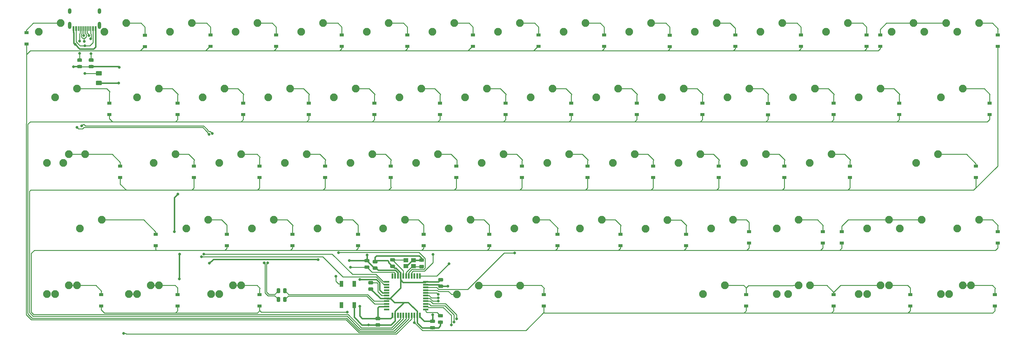
<source format=gbr>
G04 #@! TF.GenerationSoftware,KiCad,Pcbnew,(5.1.4)-1*
G04 #@! TF.CreationDate,2021-10-31T22:39:57+11:00*
G04 #@! TF.ProjectId,x60,7836302e-6b69-4636-9164-5f7063625858,rev?*
G04 #@! TF.SameCoordinates,Original*
G04 #@! TF.FileFunction,Copper,L2,Bot*
G04 #@! TF.FilePolarity,Positive*
%FSLAX46Y46*%
G04 Gerber Fmt 4.6, Leading zero omitted, Abs format (unit mm)*
G04 Created by KiCad (PCBNEW (5.1.4)-1) date 2021-10-31 22:39:57*
%MOMM*%
%LPD*%
G04 APERTURE LIST*
%ADD10C,2.250000*%
%ADD11R,0.600000X1.450000*%
%ADD12R,0.300000X1.450000*%
%ADD13O,1.000000X2.100000*%
%ADD14O,1.000000X1.600000*%
%ADD15C,0.100000*%
%ADD16C,0.975000*%
%ADD17C,1.250000*%
%ADD18R,1.400000X1.200000*%
%ADD19R,1.200000X0.900000*%
%ADD20R,0.550000X1.500000*%
%ADD21R,1.500000X0.550000*%
%ADD22R,1.100000X1.800000*%
%ADD23C,0.800000*%
%ADD24C,0.381000*%
%ADD25C,0.254000*%
G04 APERTURE END LIST*
D10*
X81343750Y-113628750D03*
X74993750Y-116168750D03*
D11*
X91525000Y-115175000D03*
X85075000Y-115175000D03*
X90750000Y-115175000D03*
X85850000Y-115175000D03*
D12*
X86550000Y-115175000D03*
X90050000Y-115175000D03*
X87050000Y-115175000D03*
X89550000Y-115175000D03*
X87550000Y-115175000D03*
X89050000Y-115175000D03*
X88550000Y-115175000D03*
X88050000Y-115175000D03*
D13*
X83980000Y-114260000D03*
X92620000Y-114260000D03*
D14*
X83980000Y-110080000D03*
X92620000Y-110080000D03*
D15*
G36*
X90685142Y-123868674D02*
G01*
X90708803Y-123872184D01*
X90732007Y-123877996D01*
X90754529Y-123886054D01*
X90776153Y-123896282D01*
X90796670Y-123908579D01*
X90815883Y-123922829D01*
X90833607Y-123938893D01*
X90849671Y-123956617D01*
X90863921Y-123975830D01*
X90876218Y-123996347D01*
X90886446Y-124017971D01*
X90894504Y-124040493D01*
X90900316Y-124063697D01*
X90903826Y-124087358D01*
X90905000Y-124111250D01*
X90905000Y-124598750D01*
X90903826Y-124622642D01*
X90900316Y-124646303D01*
X90894504Y-124669507D01*
X90886446Y-124692029D01*
X90876218Y-124713653D01*
X90863921Y-124734170D01*
X90849671Y-124753383D01*
X90833607Y-124771107D01*
X90815883Y-124787171D01*
X90796670Y-124801421D01*
X90776153Y-124813718D01*
X90754529Y-124823946D01*
X90732007Y-124832004D01*
X90708803Y-124837816D01*
X90685142Y-124841326D01*
X90661250Y-124842500D01*
X89748750Y-124842500D01*
X89724858Y-124841326D01*
X89701197Y-124837816D01*
X89677993Y-124832004D01*
X89655471Y-124823946D01*
X89633847Y-124813718D01*
X89613330Y-124801421D01*
X89594117Y-124787171D01*
X89576393Y-124771107D01*
X89560329Y-124753383D01*
X89546079Y-124734170D01*
X89533782Y-124713653D01*
X89523554Y-124692029D01*
X89515496Y-124669507D01*
X89509684Y-124646303D01*
X89506174Y-124622642D01*
X89505000Y-124598750D01*
X89505000Y-124111250D01*
X89506174Y-124087358D01*
X89509684Y-124063697D01*
X89515496Y-124040493D01*
X89523554Y-124017971D01*
X89533782Y-123996347D01*
X89546079Y-123975830D01*
X89560329Y-123956617D01*
X89576393Y-123938893D01*
X89594117Y-123922829D01*
X89613330Y-123908579D01*
X89633847Y-123896282D01*
X89655471Y-123886054D01*
X89677993Y-123877996D01*
X89701197Y-123872184D01*
X89724858Y-123868674D01*
X89748750Y-123867500D01*
X90661250Y-123867500D01*
X90685142Y-123868674D01*
X90685142Y-123868674D01*
G37*
D16*
X90205000Y-124355000D03*
D15*
G36*
X90685142Y-125743674D02*
G01*
X90708803Y-125747184D01*
X90732007Y-125752996D01*
X90754529Y-125761054D01*
X90776153Y-125771282D01*
X90796670Y-125783579D01*
X90815883Y-125797829D01*
X90833607Y-125813893D01*
X90849671Y-125831617D01*
X90863921Y-125850830D01*
X90876218Y-125871347D01*
X90886446Y-125892971D01*
X90894504Y-125915493D01*
X90900316Y-125938697D01*
X90903826Y-125962358D01*
X90905000Y-125986250D01*
X90905000Y-126473750D01*
X90903826Y-126497642D01*
X90900316Y-126521303D01*
X90894504Y-126544507D01*
X90886446Y-126567029D01*
X90876218Y-126588653D01*
X90863921Y-126609170D01*
X90849671Y-126628383D01*
X90833607Y-126646107D01*
X90815883Y-126662171D01*
X90796670Y-126676421D01*
X90776153Y-126688718D01*
X90754529Y-126698946D01*
X90732007Y-126707004D01*
X90708803Y-126712816D01*
X90685142Y-126716326D01*
X90661250Y-126717500D01*
X89748750Y-126717500D01*
X89724858Y-126716326D01*
X89701197Y-126712816D01*
X89677993Y-126707004D01*
X89655471Y-126698946D01*
X89633847Y-126688718D01*
X89613330Y-126676421D01*
X89594117Y-126662171D01*
X89576393Y-126646107D01*
X89560329Y-126628383D01*
X89546079Y-126609170D01*
X89533782Y-126588653D01*
X89523554Y-126567029D01*
X89515496Y-126544507D01*
X89509684Y-126521303D01*
X89506174Y-126497642D01*
X89505000Y-126473750D01*
X89505000Y-125986250D01*
X89506174Y-125962358D01*
X89509684Y-125938697D01*
X89515496Y-125915493D01*
X89523554Y-125892971D01*
X89533782Y-125871347D01*
X89546079Y-125850830D01*
X89560329Y-125831617D01*
X89576393Y-125813893D01*
X89594117Y-125797829D01*
X89613330Y-125783579D01*
X89633847Y-125771282D01*
X89655471Y-125761054D01*
X89677993Y-125752996D01*
X89701197Y-125747184D01*
X89724858Y-125743674D01*
X89748750Y-125742500D01*
X90661250Y-125742500D01*
X90685142Y-125743674D01*
X90685142Y-125743674D01*
G37*
D16*
X90205000Y-126230000D03*
D15*
G36*
X87325142Y-123878674D02*
G01*
X87348803Y-123882184D01*
X87372007Y-123887996D01*
X87394529Y-123896054D01*
X87416153Y-123906282D01*
X87436670Y-123918579D01*
X87455883Y-123932829D01*
X87473607Y-123948893D01*
X87489671Y-123966617D01*
X87503921Y-123985830D01*
X87516218Y-124006347D01*
X87526446Y-124027971D01*
X87534504Y-124050493D01*
X87540316Y-124073697D01*
X87543826Y-124097358D01*
X87545000Y-124121250D01*
X87545000Y-124608750D01*
X87543826Y-124632642D01*
X87540316Y-124656303D01*
X87534504Y-124679507D01*
X87526446Y-124702029D01*
X87516218Y-124723653D01*
X87503921Y-124744170D01*
X87489671Y-124763383D01*
X87473607Y-124781107D01*
X87455883Y-124797171D01*
X87436670Y-124811421D01*
X87416153Y-124823718D01*
X87394529Y-124833946D01*
X87372007Y-124842004D01*
X87348803Y-124847816D01*
X87325142Y-124851326D01*
X87301250Y-124852500D01*
X86388750Y-124852500D01*
X86364858Y-124851326D01*
X86341197Y-124847816D01*
X86317993Y-124842004D01*
X86295471Y-124833946D01*
X86273847Y-124823718D01*
X86253330Y-124811421D01*
X86234117Y-124797171D01*
X86216393Y-124781107D01*
X86200329Y-124763383D01*
X86186079Y-124744170D01*
X86173782Y-124723653D01*
X86163554Y-124702029D01*
X86155496Y-124679507D01*
X86149684Y-124656303D01*
X86146174Y-124632642D01*
X86145000Y-124608750D01*
X86145000Y-124121250D01*
X86146174Y-124097358D01*
X86149684Y-124073697D01*
X86155496Y-124050493D01*
X86163554Y-124027971D01*
X86173782Y-124006347D01*
X86186079Y-123985830D01*
X86200329Y-123966617D01*
X86216393Y-123948893D01*
X86234117Y-123932829D01*
X86253330Y-123918579D01*
X86273847Y-123906282D01*
X86295471Y-123896054D01*
X86317993Y-123887996D01*
X86341197Y-123882184D01*
X86364858Y-123878674D01*
X86388750Y-123877500D01*
X87301250Y-123877500D01*
X87325142Y-123878674D01*
X87325142Y-123878674D01*
G37*
D16*
X86845000Y-124365000D03*
D15*
G36*
X87325142Y-125753674D02*
G01*
X87348803Y-125757184D01*
X87372007Y-125762996D01*
X87394529Y-125771054D01*
X87416153Y-125781282D01*
X87436670Y-125793579D01*
X87455883Y-125807829D01*
X87473607Y-125823893D01*
X87489671Y-125841617D01*
X87503921Y-125860830D01*
X87516218Y-125881347D01*
X87526446Y-125902971D01*
X87534504Y-125925493D01*
X87540316Y-125948697D01*
X87543826Y-125972358D01*
X87545000Y-125996250D01*
X87545000Y-126483750D01*
X87543826Y-126507642D01*
X87540316Y-126531303D01*
X87534504Y-126554507D01*
X87526446Y-126577029D01*
X87516218Y-126598653D01*
X87503921Y-126619170D01*
X87489671Y-126638383D01*
X87473607Y-126656107D01*
X87455883Y-126672171D01*
X87436670Y-126686421D01*
X87416153Y-126698718D01*
X87394529Y-126708946D01*
X87372007Y-126717004D01*
X87348803Y-126722816D01*
X87325142Y-126726326D01*
X87301250Y-126727500D01*
X86388750Y-126727500D01*
X86364858Y-126726326D01*
X86341197Y-126722816D01*
X86317993Y-126717004D01*
X86295471Y-126708946D01*
X86273847Y-126698718D01*
X86253330Y-126686421D01*
X86234117Y-126672171D01*
X86216393Y-126656107D01*
X86200329Y-126638383D01*
X86186079Y-126619170D01*
X86173782Y-126598653D01*
X86163554Y-126577029D01*
X86155496Y-126554507D01*
X86149684Y-126531303D01*
X86146174Y-126507642D01*
X86145000Y-126483750D01*
X86145000Y-125996250D01*
X86146174Y-125972358D01*
X86149684Y-125948697D01*
X86155496Y-125925493D01*
X86163554Y-125902971D01*
X86173782Y-125881347D01*
X86186079Y-125860830D01*
X86200329Y-125841617D01*
X86216393Y-125823893D01*
X86234117Y-125807829D01*
X86253330Y-125793579D01*
X86273847Y-125781282D01*
X86295471Y-125771054D01*
X86317993Y-125762996D01*
X86341197Y-125757184D01*
X86364858Y-125753674D01*
X86388750Y-125752500D01*
X87301250Y-125752500D01*
X87325142Y-125753674D01*
X87325142Y-125753674D01*
G37*
D16*
X86845000Y-126240000D03*
D15*
G36*
X93094504Y-127581204D02*
G01*
X93118773Y-127584804D01*
X93142571Y-127590765D01*
X93165671Y-127599030D01*
X93187849Y-127609520D01*
X93208893Y-127622133D01*
X93228598Y-127636747D01*
X93246777Y-127653223D01*
X93263253Y-127671402D01*
X93277867Y-127691107D01*
X93290480Y-127712151D01*
X93300970Y-127734329D01*
X93309235Y-127757429D01*
X93315196Y-127781227D01*
X93318796Y-127805496D01*
X93320000Y-127830000D01*
X93320000Y-128580000D01*
X93318796Y-128604504D01*
X93315196Y-128628773D01*
X93309235Y-128652571D01*
X93300970Y-128675671D01*
X93290480Y-128697849D01*
X93277867Y-128718893D01*
X93263253Y-128738598D01*
X93246777Y-128756777D01*
X93228598Y-128773253D01*
X93208893Y-128787867D01*
X93187849Y-128800480D01*
X93165671Y-128810970D01*
X93142571Y-128819235D01*
X93118773Y-128825196D01*
X93094504Y-128828796D01*
X93070000Y-128830000D01*
X91820000Y-128830000D01*
X91795496Y-128828796D01*
X91771227Y-128825196D01*
X91747429Y-128819235D01*
X91724329Y-128810970D01*
X91702151Y-128800480D01*
X91681107Y-128787867D01*
X91661402Y-128773253D01*
X91643223Y-128756777D01*
X91626747Y-128738598D01*
X91612133Y-128718893D01*
X91599520Y-128697849D01*
X91589030Y-128675671D01*
X91580765Y-128652571D01*
X91574804Y-128628773D01*
X91571204Y-128604504D01*
X91570000Y-128580000D01*
X91570000Y-127830000D01*
X91571204Y-127805496D01*
X91574804Y-127781227D01*
X91580765Y-127757429D01*
X91589030Y-127734329D01*
X91599520Y-127712151D01*
X91612133Y-127691107D01*
X91626747Y-127671402D01*
X91643223Y-127653223D01*
X91661402Y-127636747D01*
X91681107Y-127622133D01*
X91702151Y-127609520D01*
X91724329Y-127599030D01*
X91747429Y-127590765D01*
X91771227Y-127584804D01*
X91795496Y-127581204D01*
X91820000Y-127580000D01*
X93070000Y-127580000D01*
X93094504Y-127581204D01*
X93094504Y-127581204D01*
G37*
D17*
X92445000Y-128205000D03*
D15*
G36*
X93094504Y-130381204D02*
G01*
X93118773Y-130384804D01*
X93142571Y-130390765D01*
X93165671Y-130399030D01*
X93187849Y-130409520D01*
X93208893Y-130422133D01*
X93228598Y-130436747D01*
X93246777Y-130453223D01*
X93263253Y-130471402D01*
X93277867Y-130491107D01*
X93290480Y-130512151D01*
X93300970Y-130534329D01*
X93309235Y-130557429D01*
X93315196Y-130581227D01*
X93318796Y-130605496D01*
X93320000Y-130630000D01*
X93320000Y-131380000D01*
X93318796Y-131404504D01*
X93315196Y-131428773D01*
X93309235Y-131452571D01*
X93300970Y-131475671D01*
X93290480Y-131497849D01*
X93277867Y-131518893D01*
X93263253Y-131538598D01*
X93246777Y-131556777D01*
X93228598Y-131573253D01*
X93208893Y-131587867D01*
X93187849Y-131600480D01*
X93165671Y-131610970D01*
X93142571Y-131619235D01*
X93118773Y-131625196D01*
X93094504Y-131628796D01*
X93070000Y-131630000D01*
X91820000Y-131630000D01*
X91795496Y-131628796D01*
X91771227Y-131625196D01*
X91747429Y-131619235D01*
X91724329Y-131610970D01*
X91702151Y-131600480D01*
X91681107Y-131587867D01*
X91661402Y-131573253D01*
X91643223Y-131556777D01*
X91626747Y-131538598D01*
X91612133Y-131518893D01*
X91599520Y-131497849D01*
X91589030Y-131475671D01*
X91580765Y-131452571D01*
X91574804Y-131428773D01*
X91571204Y-131404504D01*
X91570000Y-131380000D01*
X91570000Y-130630000D01*
X91571204Y-130605496D01*
X91574804Y-130581227D01*
X91580765Y-130557429D01*
X91589030Y-130534329D01*
X91599520Y-130512151D01*
X91612133Y-130491107D01*
X91626747Y-130471402D01*
X91643223Y-130453223D01*
X91661402Y-130436747D01*
X91681107Y-130422133D01*
X91702151Y-130409520D01*
X91724329Y-130399030D01*
X91747429Y-130390765D01*
X91771227Y-130384804D01*
X91795496Y-130381204D01*
X91820000Y-130380000D01*
X93070000Y-130380000D01*
X93094504Y-130381204D01*
X93094504Y-130381204D01*
G37*
D17*
X92445000Y-131005000D03*
D10*
X202787500Y-189911250D03*
X196437500Y-192451250D03*
X214757500Y-189881250D03*
X208407500Y-192421250D03*
D15*
G36*
X178198892Y-183779924D02*
G01*
X178222553Y-183783434D01*
X178245757Y-183789246D01*
X178268279Y-183797304D01*
X178289903Y-183807532D01*
X178310420Y-183819829D01*
X178329633Y-183834079D01*
X178347357Y-183850143D01*
X178363421Y-183867867D01*
X178377671Y-183887080D01*
X178389968Y-183907597D01*
X178400196Y-183929221D01*
X178408254Y-183951743D01*
X178414066Y-183974947D01*
X178417576Y-183998608D01*
X178418750Y-184022500D01*
X178418750Y-184510000D01*
X178417576Y-184533892D01*
X178414066Y-184557553D01*
X178408254Y-184580757D01*
X178400196Y-184603279D01*
X178389968Y-184624903D01*
X178377671Y-184645420D01*
X178363421Y-184664633D01*
X178347357Y-184682357D01*
X178329633Y-184698421D01*
X178310420Y-184712671D01*
X178289903Y-184724968D01*
X178268279Y-184735196D01*
X178245757Y-184743254D01*
X178222553Y-184749066D01*
X178198892Y-184752576D01*
X178175000Y-184753750D01*
X177262500Y-184753750D01*
X177238608Y-184752576D01*
X177214947Y-184749066D01*
X177191743Y-184743254D01*
X177169221Y-184735196D01*
X177147597Y-184724968D01*
X177127080Y-184712671D01*
X177107867Y-184698421D01*
X177090143Y-184682357D01*
X177074079Y-184664633D01*
X177059829Y-184645420D01*
X177047532Y-184624903D01*
X177037304Y-184603279D01*
X177029246Y-184580757D01*
X177023434Y-184557553D01*
X177019924Y-184533892D01*
X177018750Y-184510000D01*
X177018750Y-184022500D01*
X177019924Y-183998608D01*
X177023434Y-183974947D01*
X177029246Y-183951743D01*
X177037304Y-183929221D01*
X177047532Y-183907597D01*
X177059829Y-183887080D01*
X177074079Y-183867867D01*
X177090143Y-183850143D01*
X177107867Y-183834079D01*
X177127080Y-183819829D01*
X177147597Y-183807532D01*
X177169221Y-183797304D01*
X177191743Y-183789246D01*
X177214947Y-183783434D01*
X177238608Y-183779924D01*
X177262500Y-183778750D01*
X178175000Y-183778750D01*
X178198892Y-183779924D01*
X178198892Y-183779924D01*
G37*
D16*
X177718750Y-184266250D03*
D15*
G36*
X178198892Y-181904924D02*
G01*
X178222553Y-181908434D01*
X178245757Y-181914246D01*
X178268279Y-181922304D01*
X178289903Y-181932532D01*
X178310420Y-181944829D01*
X178329633Y-181959079D01*
X178347357Y-181975143D01*
X178363421Y-181992867D01*
X178377671Y-182012080D01*
X178389968Y-182032597D01*
X178400196Y-182054221D01*
X178408254Y-182076743D01*
X178414066Y-182099947D01*
X178417576Y-182123608D01*
X178418750Y-182147500D01*
X178418750Y-182635000D01*
X178417576Y-182658892D01*
X178414066Y-182682553D01*
X178408254Y-182705757D01*
X178400196Y-182728279D01*
X178389968Y-182749903D01*
X178377671Y-182770420D01*
X178363421Y-182789633D01*
X178347357Y-182807357D01*
X178329633Y-182823421D01*
X178310420Y-182837671D01*
X178289903Y-182849968D01*
X178268279Y-182860196D01*
X178245757Y-182868254D01*
X178222553Y-182874066D01*
X178198892Y-182877576D01*
X178175000Y-182878750D01*
X177262500Y-182878750D01*
X177238608Y-182877576D01*
X177214947Y-182874066D01*
X177191743Y-182868254D01*
X177169221Y-182860196D01*
X177147597Y-182849968D01*
X177127080Y-182837671D01*
X177107867Y-182823421D01*
X177090143Y-182807357D01*
X177074079Y-182789633D01*
X177059829Y-182770420D01*
X177047532Y-182749903D01*
X177037304Y-182728279D01*
X177029246Y-182705757D01*
X177023434Y-182682553D01*
X177019924Y-182658892D01*
X177018750Y-182635000D01*
X177018750Y-182147500D01*
X177019924Y-182123608D01*
X177023434Y-182099947D01*
X177029246Y-182076743D01*
X177037304Y-182054221D01*
X177047532Y-182032597D01*
X177059829Y-182012080D01*
X177074079Y-181992867D01*
X177090143Y-181975143D01*
X177107867Y-181959079D01*
X177127080Y-181944829D01*
X177147597Y-181932532D01*
X177169221Y-181922304D01*
X177191743Y-181914246D01*
X177214947Y-181908434D01*
X177238608Y-181904924D01*
X177262500Y-181903750D01*
X178175000Y-181903750D01*
X178198892Y-181904924D01*
X178198892Y-181904924D01*
G37*
D16*
X177718750Y-182391250D03*
D10*
X88487500Y-151728750D03*
X82137500Y-154268750D03*
X124206250Y-170778750D03*
X117856250Y-173318750D03*
X257533750Y-170818750D03*
X251183750Y-173358750D03*
D18*
X183768750Y-182516250D03*
X181568750Y-182516250D03*
X181568750Y-184216250D03*
X183768750Y-184216250D03*
D15*
G36*
X186623892Y-181992424D02*
G01*
X186647553Y-181995934D01*
X186670757Y-182001746D01*
X186693279Y-182009804D01*
X186714903Y-182020032D01*
X186735420Y-182032329D01*
X186754633Y-182046579D01*
X186772357Y-182062643D01*
X186788421Y-182080367D01*
X186802671Y-182099580D01*
X186814968Y-182120097D01*
X186825196Y-182141721D01*
X186833254Y-182164243D01*
X186839066Y-182187447D01*
X186842576Y-182211108D01*
X186843750Y-182235000D01*
X186843750Y-182722500D01*
X186842576Y-182746392D01*
X186839066Y-182770053D01*
X186833254Y-182793257D01*
X186825196Y-182815779D01*
X186814968Y-182837403D01*
X186802671Y-182857920D01*
X186788421Y-182877133D01*
X186772357Y-182894857D01*
X186754633Y-182910921D01*
X186735420Y-182925171D01*
X186714903Y-182937468D01*
X186693279Y-182947696D01*
X186670757Y-182955754D01*
X186647553Y-182961566D01*
X186623892Y-182965076D01*
X186600000Y-182966250D01*
X185687500Y-182966250D01*
X185663608Y-182965076D01*
X185639947Y-182961566D01*
X185616743Y-182955754D01*
X185594221Y-182947696D01*
X185572597Y-182937468D01*
X185552080Y-182925171D01*
X185532867Y-182910921D01*
X185515143Y-182894857D01*
X185499079Y-182877133D01*
X185484829Y-182857920D01*
X185472532Y-182837403D01*
X185462304Y-182815779D01*
X185454246Y-182793257D01*
X185448434Y-182770053D01*
X185444924Y-182746392D01*
X185443750Y-182722500D01*
X185443750Y-182235000D01*
X185444924Y-182211108D01*
X185448434Y-182187447D01*
X185454246Y-182164243D01*
X185462304Y-182141721D01*
X185472532Y-182120097D01*
X185484829Y-182099580D01*
X185499079Y-182080367D01*
X185515143Y-182062643D01*
X185532867Y-182046579D01*
X185552080Y-182032329D01*
X185572597Y-182020032D01*
X185594221Y-182009804D01*
X185616743Y-182001746D01*
X185639947Y-181995934D01*
X185663608Y-181992424D01*
X185687500Y-181991250D01*
X186600000Y-181991250D01*
X186623892Y-181992424D01*
X186623892Y-181992424D01*
G37*
D16*
X186143750Y-182478750D03*
D15*
G36*
X186623892Y-183867424D02*
G01*
X186647553Y-183870934D01*
X186670757Y-183876746D01*
X186693279Y-183884804D01*
X186714903Y-183895032D01*
X186735420Y-183907329D01*
X186754633Y-183921579D01*
X186772357Y-183937643D01*
X186788421Y-183955367D01*
X186802671Y-183974580D01*
X186814968Y-183995097D01*
X186825196Y-184016721D01*
X186833254Y-184039243D01*
X186839066Y-184062447D01*
X186842576Y-184086108D01*
X186843750Y-184110000D01*
X186843750Y-184597500D01*
X186842576Y-184621392D01*
X186839066Y-184645053D01*
X186833254Y-184668257D01*
X186825196Y-184690779D01*
X186814968Y-184712403D01*
X186802671Y-184732920D01*
X186788421Y-184752133D01*
X186772357Y-184769857D01*
X186754633Y-184785921D01*
X186735420Y-184800171D01*
X186714903Y-184812468D01*
X186693279Y-184822696D01*
X186670757Y-184830754D01*
X186647553Y-184836566D01*
X186623892Y-184840076D01*
X186600000Y-184841250D01*
X185687500Y-184841250D01*
X185663608Y-184840076D01*
X185639947Y-184836566D01*
X185616743Y-184830754D01*
X185594221Y-184822696D01*
X185572597Y-184812468D01*
X185552080Y-184800171D01*
X185532867Y-184785921D01*
X185515143Y-184769857D01*
X185499079Y-184752133D01*
X185484829Y-184732920D01*
X185472532Y-184712403D01*
X185462304Y-184690779D01*
X185454246Y-184668257D01*
X185448434Y-184645053D01*
X185444924Y-184621392D01*
X185443750Y-184597500D01*
X185443750Y-184110000D01*
X185444924Y-184086108D01*
X185448434Y-184062447D01*
X185454246Y-184039243D01*
X185462304Y-184016721D01*
X185472532Y-183995097D01*
X185484829Y-183974580D01*
X185499079Y-183955367D01*
X185515143Y-183937643D01*
X185532867Y-183921579D01*
X185552080Y-183907329D01*
X185572597Y-183895032D01*
X185594221Y-183884804D01*
X185616743Y-183876746D01*
X185639947Y-183870934D01*
X185663608Y-183867424D01*
X185687500Y-183866250D01*
X186600000Y-183866250D01*
X186623892Y-183867424D01*
X186623892Y-183867424D01*
G37*
D16*
X186143750Y-184353750D03*
D10*
X345662500Y-189828750D03*
X339312500Y-192368750D03*
X321850000Y-189828750D03*
X315500000Y-192368750D03*
X298975000Y-189828750D03*
X292625000Y-192368750D03*
X274225000Y-189828750D03*
X267875000Y-192368750D03*
X131350000Y-189828750D03*
X125000000Y-192368750D03*
X107537500Y-189828750D03*
X101187500Y-192368750D03*
X83725000Y-189828750D03*
X77375000Y-192368750D03*
D19*
X352647500Y-192465000D03*
X352647500Y-195765000D03*
D10*
X83725000Y-151728750D03*
X77375000Y-154268750D03*
X343281250Y-132678750D03*
X336931250Y-135218750D03*
X348043750Y-113628750D03*
X341693750Y-116168750D03*
X328993750Y-113628750D03*
X322643750Y-116168750D03*
X348043750Y-170778750D03*
X341693750Y-173318750D03*
X338518750Y-113628750D03*
X332168750Y-116168750D03*
X343281250Y-189828750D03*
X336931250Y-192368750D03*
X321850000Y-170778750D03*
X315500000Y-173318750D03*
X336137500Y-151728750D03*
X329787500Y-154268750D03*
X319468750Y-132678750D03*
X313118750Y-135218750D03*
X309943750Y-113628750D03*
X303593750Y-116168750D03*
X319468750Y-189828750D03*
X313118750Y-192368750D03*
X331375000Y-170778750D03*
X325025000Y-173318750D03*
X305181250Y-151728750D03*
X298831250Y-154268750D03*
X290893750Y-113628750D03*
X284543750Y-116168750D03*
X300418750Y-132678750D03*
X294068750Y-135218750D03*
X295656250Y-189828750D03*
X289306250Y-192368750D03*
X295656250Y-170778750D03*
X289306250Y-173318750D03*
X286131250Y-151728750D03*
X279781250Y-154268750D03*
X271843750Y-113628750D03*
X265493750Y-116168750D03*
X281368750Y-132678750D03*
X275018750Y-135218750D03*
X276606250Y-170778750D03*
X270256250Y-173318750D03*
X267081250Y-151728750D03*
X260731250Y-154268750D03*
X252793750Y-113628750D03*
X246443750Y-116168750D03*
X262318750Y-132678750D03*
X255968750Y-135218750D03*
X248031250Y-151728750D03*
X241681250Y-154268750D03*
X243268750Y-132678750D03*
X236918750Y-135218750D03*
X233743750Y-113628750D03*
X227393750Y-116168750D03*
X238506250Y-170778750D03*
X232156250Y-173318750D03*
X228981250Y-151728750D03*
X222631250Y-154268750D03*
X224218750Y-132678750D03*
X217868750Y-135218750D03*
X214693750Y-113628750D03*
X208343750Y-116168750D03*
X219456250Y-170778750D03*
X213106250Y-173318750D03*
X209931250Y-151728750D03*
X203581250Y-154268750D03*
X205168750Y-132678750D03*
X198818750Y-135218750D03*
X195643750Y-113628750D03*
X189293750Y-116168750D03*
X176593750Y-113628750D03*
X170243750Y-116168750D03*
X200406250Y-170778750D03*
X194056250Y-173318750D03*
X190881250Y-151728750D03*
X184531250Y-154268750D03*
X186118750Y-132678750D03*
X179768750Y-135218750D03*
X133731250Y-189828750D03*
X127381250Y-192368750D03*
X181356250Y-170778750D03*
X175006250Y-173318750D03*
X171831250Y-151728750D03*
X165481250Y-154268750D03*
X167068750Y-132678750D03*
X160718750Y-135218750D03*
X157543750Y-113628750D03*
X151193750Y-116168750D03*
X162306250Y-170778750D03*
X155956250Y-173318750D03*
X152781250Y-151728750D03*
X146431250Y-154268750D03*
X138493750Y-113628750D03*
X132143750Y-116168750D03*
X148018750Y-132678750D03*
X141668750Y-135218750D03*
X109918750Y-189828750D03*
X103568750Y-192368750D03*
X143256250Y-170778750D03*
X136906250Y-173318750D03*
X133731250Y-151728750D03*
X127381250Y-154268750D03*
X119443750Y-113628750D03*
X113093750Y-116168750D03*
X128968750Y-132678750D03*
X122618750Y-135218750D03*
X114681250Y-151728750D03*
X108331250Y-154268750D03*
X100393750Y-113628750D03*
X94043750Y-116168750D03*
X109918750Y-132678750D03*
X103568750Y-135218750D03*
X86106250Y-189828750D03*
X79756250Y-192368750D03*
X93250000Y-170778750D03*
X86900000Y-173318750D03*
X86106250Y-132678750D03*
X79756250Y-135218750D03*
D20*
X177668750Y-198491250D03*
X178468750Y-198491250D03*
X179268750Y-198491250D03*
X180068750Y-198491250D03*
X180868750Y-198491250D03*
X181668750Y-198491250D03*
X182468750Y-198491250D03*
X183268750Y-198491250D03*
X184068750Y-198491250D03*
X184868750Y-198491250D03*
X185668750Y-198491250D03*
D21*
X187368750Y-196791250D03*
X187368750Y-195991250D03*
X187368750Y-195191250D03*
X187368750Y-194391250D03*
X187368750Y-193591250D03*
X187368750Y-192791250D03*
X187368750Y-191991250D03*
X187368750Y-191191250D03*
X187368750Y-190391250D03*
X187368750Y-189591250D03*
X187368750Y-188791250D03*
D20*
X185668750Y-187091250D03*
X184868750Y-187091250D03*
X184068750Y-187091250D03*
X183268750Y-187091250D03*
X182468750Y-187091250D03*
X181668750Y-187091250D03*
X180868750Y-187091250D03*
X180068750Y-187091250D03*
X179268750Y-187091250D03*
X178468750Y-187091250D03*
X177668750Y-187091250D03*
D21*
X175968750Y-188791250D03*
X175968750Y-189591250D03*
X175968750Y-190391250D03*
X175968750Y-191191250D03*
X175968750Y-191991250D03*
X175968750Y-192791250D03*
X175968750Y-193591250D03*
X175968750Y-194391250D03*
X175968750Y-195191250D03*
X175968750Y-195991250D03*
X175968750Y-196791250D03*
D22*
X166568750Y-189347500D03*
X162868750Y-195547500D03*
X162868750Y-189347500D03*
X166568750Y-195547500D03*
D15*
G36*
X192117642Y-198139924D02*
G01*
X192141303Y-198143434D01*
X192164507Y-198149246D01*
X192187029Y-198157304D01*
X192208653Y-198167532D01*
X192229170Y-198179829D01*
X192248383Y-198194079D01*
X192266107Y-198210143D01*
X192282171Y-198227867D01*
X192296421Y-198247080D01*
X192308718Y-198267597D01*
X192318946Y-198289221D01*
X192327004Y-198311743D01*
X192332816Y-198334947D01*
X192336326Y-198358608D01*
X192337500Y-198382500D01*
X192337500Y-198870000D01*
X192336326Y-198893892D01*
X192332816Y-198917553D01*
X192327004Y-198940757D01*
X192318946Y-198963279D01*
X192308718Y-198984903D01*
X192296421Y-199005420D01*
X192282171Y-199024633D01*
X192266107Y-199042357D01*
X192248383Y-199058421D01*
X192229170Y-199072671D01*
X192208653Y-199084968D01*
X192187029Y-199095196D01*
X192164507Y-199103254D01*
X192141303Y-199109066D01*
X192117642Y-199112576D01*
X192093750Y-199113750D01*
X191181250Y-199113750D01*
X191157358Y-199112576D01*
X191133697Y-199109066D01*
X191110493Y-199103254D01*
X191087971Y-199095196D01*
X191066347Y-199084968D01*
X191045830Y-199072671D01*
X191026617Y-199058421D01*
X191008893Y-199042357D01*
X190992829Y-199024633D01*
X190978579Y-199005420D01*
X190966282Y-198984903D01*
X190956054Y-198963279D01*
X190947996Y-198940757D01*
X190942184Y-198917553D01*
X190938674Y-198893892D01*
X190937500Y-198870000D01*
X190937500Y-198382500D01*
X190938674Y-198358608D01*
X190942184Y-198334947D01*
X190947996Y-198311743D01*
X190956054Y-198289221D01*
X190966282Y-198267597D01*
X190978579Y-198247080D01*
X190992829Y-198227867D01*
X191008893Y-198210143D01*
X191026617Y-198194079D01*
X191045830Y-198179829D01*
X191066347Y-198167532D01*
X191087971Y-198157304D01*
X191110493Y-198149246D01*
X191133697Y-198143434D01*
X191157358Y-198139924D01*
X191181250Y-198138750D01*
X192093750Y-198138750D01*
X192117642Y-198139924D01*
X192117642Y-198139924D01*
G37*
D16*
X191637500Y-198626250D03*
D15*
G36*
X192117642Y-200014924D02*
G01*
X192141303Y-200018434D01*
X192164507Y-200024246D01*
X192187029Y-200032304D01*
X192208653Y-200042532D01*
X192229170Y-200054829D01*
X192248383Y-200069079D01*
X192266107Y-200085143D01*
X192282171Y-200102867D01*
X192296421Y-200122080D01*
X192308718Y-200142597D01*
X192318946Y-200164221D01*
X192327004Y-200186743D01*
X192332816Y-200209947D01*
X192336326Y-200233608D01*
X192337500Y-200257500D01*
X192337500Y-200745000D01*
X192336326Y-200768892D01*
X192332816Y-200792553D01*
X192327004Y-200815757D01*
X192318946Y-200838279D01*
X192308718Y-200859903D01*
X192296421Y-200880420D01*
X192282171Y-200899633D01*
X192266107Y-200917357D01*
X192248383Y-200933421D01*
X192229170Y-200947671D01*
X192208653Y-200959968D01*
X192187029Y-200970196D01*
X192164507Y-200978254D01*
X192141303Y-200984066D01*
X192117642Y-200987576D01*
X192093750Y-200988750D01*
X191181250Y-200988750D01*
X191157358Y-200987576D01*
X191133697Y-200984066D01*
X191110493Y-200978254D01*
X191087971Y-200970196D01*
X191066347Y-200959968D01*
X191045830Y-200947671D01*
X191026617Y-200933421D01*
X191008893Y-200917357D01*
X190992829Y-200899633D01*
X190978579Y-200880420D01*
X190966282Y-200859903D01*
X190956054Y-200838279D01*
X190947996Y-200815757D01*
X190942184Y-200792553D01*
X190938674Y-200768892D01*
X190937500Y-200745000D01*
X190937500Y-200257500D01*
X190938674Y-200233608D01*
X190942184Y-200209947D01*
X190947996Y-200186743D01*
X190956054Y-200164221D01*
X190966282Y-200142597D01*
X190978579Y-200122080D01*
X190992829Y-200102867D01*
X191008893Y-200085143D01*
X191026617Y-200069079D01*
X191045830Y-200054829D01*
X191066347Y-200042532D01*
X191087971Y-200032304D01*
X191110493Y-200024246D01*
X191133697Y-200018434D01*
X191157358Y-200014924D01*
X191181250Y-200013750D01*
X192093750Y-200013750D01*
X192117642Y-200014924D01*
X192117642Y-200014924D01*
G37*
D16*
X191637500Y-200501250D03*
D15*
G36*
X170755142Y-184023674D02*
G01*
X170778803Y-184027184D01*
X170802007Y-184032996D01*
X170824529Y-184041054D01*
X170846153Y-184051282D01*
X170866670Y-184063579D01*
X170885883Y-184077829D01*
X170903607Y-184093893D01*
X170919671Y-184111617D01*
X170933921Y-184130830D01*
X170946218Y-184151347D01*
X170956446Y-184172971D01*
X170964504Y-184195493D01*
X170970316Y-184218697D01*
X170973826Y-184242358D01*
X170975000Y-184266250D01*
X170975000Y-184753750D01*
X170973826Y-184777642D01*
X170970316Y-184801303D01*
X170964504Y-184824507D01*
X170956446Y-184847029D01*
X170946218Y-184868653D01*
X170933921Y-184889170D01*
X170919671Y-184908383D01*
X170903607Y-184926107D01*
X170885883Y-184942171D01*
X170866670Y-184956421D01*
X170846153Y-184968718D01*
X170824529Y-184978946D01*
X170802007Y-184987004D01*
X170778803Y-184992816D01*
X170755142Y-184996326D01*
X170731250Y-184997500D01*
X169818750Y-184997500D01*
X169794858Y-184996326D01*
X169771197Y-184992816D01*
X169747993Y-184987004D01*
X169725471Y-184978946D01*
X169703847Y-184968718D01*
X169683330Y-184956421D01*
X169664117Y-184942171D01*
X169646393Y-184926107D01*
X169630329Y-184908383D01*
X169616079Y-184889170D01*
X169603782Y-184868653D01*
X169593554Y-184847029D01*
X169585496Y-184824507D01*
X169579684Y-184801303D01*
X169576174Y-184777642D01*
X169575000Y-184753750D01*
X169575000Y-184266250D01*
X169576174Y-184242358D01*
X169579684Y-184218697D01*
X169585496Y-184195493D01*
X169593554Y-184172971D01*
X169603782Y-184151347D01*
X169616079Y-184130830D01*
X169630329Y-184111617D01*
X169646393Y-184093893D01*
X169664117Y-184077829D01*
X169683330Y-184063579D01*
X169703847Y-184051282D01*
X169725471Y-184041054D01*
X169747993Y-184032996D01*
X169771197Y-184027184D01*
X169794858Y-184023674D01*
X169818750Y-184022500D01*
X170731250Y-184022500D01*
X170755142Y-184023674D01*
X170755142Y-184023674D01*
G37*
D16*
X170275000Y-184510000D03*
D15*
G36*
X170755142Y-182148674D02*
G01*
X170778803Y-182152184D01*
X170802007Y-182157996D01*
X170824529Y-182166054D01*
X170846153Y-182176282D01*
X170866670Y-182188579D01*
X170885883Y-182202829D01*
X170903607Y-182218893D01*
X170919671Y-182236617D01*
X170933921Y-182255830D01*
X170946218Y-182276347D01*
X170956446Y-182297971D01*
X170964504Y-182320493D01*
X170970316Y-182343697D01*
X170973826Y-182367358D01*
X170975000Y-182391250D01*
X170975000Y-182878750D01*
X170973826Y-182902642D01*
X170970316Y-182926303D01*
X170964504Y-182949507D01*
X170956446Y-182972029D01*
X170946218Y-182993653D01*
X170933921Y-183014170D01*
X170919671Y-183033383D01*
X170903607Y-183051107D01*
X170885883Y-183067171D01*
X170866670Y-183081421D01*
X170846153Y-183093718D01*
X170824529Y-183103946D01*
X170802007Y-183112004D01*
X170778803Y-183117816D01*
X170755142Y-183121326D01*
X170731250Y-183122500D01*
X169818750Y-183122500D01*
X169794858Y-183121326D01*
X169771197Y-183117816D01*
X169747993Y-183112004D01*
X169725471Y-183103946D01*
X169703847Y-183093718D01*
X169683330Y-183081421D01*
X169664117Y-183067171D01*
X169646393Y-183051107D01*
X169630329Y-183033383D01*
X169616079Y-183014170D01*
X169603782Y-182993653D01*
X169593554Y-182972029D01*
X169585496Y-182949507D01*
X169579684Y-182926303D01*
X169576174Y-182902642D01*
X169575000Y-182878750D01*
X169575000Y-182391250D01*
X169576174Y-182367358D01*
X169579684Y-182343697D01*
X169585496Y-182320493D01*
X169593554Y-182297971D01*
X169603782Y-182276347D01*
X169616079Y-182255830D01*
X169630329Y-182236617D01*
X169646393Y-182218893D01*
X169664117Y-182202829D01*
X169683330Y-182188579D01*
X169703847Y-182176282D01*
X169725471Y-182166054D01*
X169747993Y-182157996D01*
X169771197Y-182152184D01*
X169794858Y-182148674D01*
X169818750Y-182147500D01*
X170731250Y-182147500D01*
X170755142Y-182148674D01*
X170755142Y-182148674D01*
G37*
D16*
X170275000Y-182635000D03*
D15*
G36*
X144855142Y-190646174D02*
G01*
X144878803Y-190649684D01*
X144902007Y-190655496D01*
X144924529Y-190663554D01*
X144946153Y-190673782D01*
X144966670Y-190686079D01*
X144985883Y-190700329D01*
X145003607Y-190716393D01*
X145019671Y-190734117D01*
X145033921Y-190753330D01*
X145046218Y-190773847D01*
X145056446Y-190795471D01*
X145064504Y-190817993D01*
X145070316Y-190841197D01*
X145073826Y-190864858D01*
X145075000Y-190888750D01*
X145075000Y-191801250D01*
X145073826Y-191825142D01*
X145070316Y-191848803D01*
X145064504Y-191872007D01*
X145056446Y-191894529D01*
X145046218Y-191916153D01*
X145033921Y-191936670D01*
X145019671Y-191955883D01*
X145003607Y-191973607D01*
X144985883Y-191989671D01*
X144966670Y-192003921D01*
X144946153Y-192016218D01*
X144924529Y-192026446D01*
X144902007Y-192034504D01*
X144878803Y-192040316D01*
X144855142Y-192043826D01*
X144831250Y-192045000D01*
X144343750Y-192045000D01*
X144319858Y-192043826D01*
X144296197Y-192040316D01*
X144272993Y-192034504D01*
X144250471Y-192026446D01*
X144228847Y-192016218D01*
X144208330Y-192003921D01*
X144189117Y-191989671D01*
X144171393Y-191973607D01*
X144155329Y-191955883D01*
X144141079Y-191936670D01*
X144128782Y-191916153D01*
X144118554Y-191894529D01*
X144110496Y-191872007D01*
X144104684Y-191848803D01*
X144101174Y-191825142D01*
X144100000Y-191801250D01*
X144100000Y-190888750D01*
X144101174Y-190864858D01*
X144104684Y-190841197D01*
X144110496Y-190817993D01*
X144118554Y-190795471D01*
X144128782Y-190773847D01*
X144141079Y-190753330D01*
X144155329Y-190734117D01*
X144171393Y-190716393D01*
X144189117Y-190700329D01*
X144208330Y-190686079D01*
X144228847Y-190673782D01*
X144250471Y-190663554D01*
X144272993Y-190655496D01*
X144296197Y-190649684D01*
X144319858Y-190646174D01*
X144343750Y-190645000D01*
X144831250Y-190645000D01*
X144855142Y-190646174D01*
X144855142Y-190646174D01*
G37*
D16*
X144587500Y-191345000D03*
D15*
G36*
X146730142Y-190646174D02*
G01*
X146753803Y-190649684D01*
X146777007Y-190655496D01*
X146799529Y-190663554D01*
X146821153Y-190673782D01*
X146841670Y-190686079D01*
X146860883Y-190700329D01*
X146878607Y-190716393D01*
X146894671Y-190734117D01*
X146908921Y-190753330D01*
X146921218Y-190773847D01*
X146931446Y-190795471D01*
X146939504Y-190817993D01*
X146945316Y-190841197D01*
X146948826Y-190864858D01*
X146950000Y-190888750D01*
X146950000Y-191801250D01*
X146948826Y-191825142D01*
X146945316Y-191848803D01*
X146939504Y-191872007D01*
X146931446Y-191894529D01*
X146921218Y-191916153D01*
X146908921Y-191936670D01*
X146894671Y-191955883D01*
X146878607Y-191973607D01*
X146860883Y-191989671D01*
X146841670Y-192003921D01*
X146821153Y-192016218D01*
X146799529Y-192026446D01*
X146777007Y-192034504D01*
X146753803Y-192040316D01*
X146730142Y-192043826D01*
X146706250Y-192045000D01*
X146218750Y-192045000D01*
X146194858Y-192043826D01*
X146171197Y-192040316D01*
X146147993Y-192034504D01*
X146125471Y-192026446D01*
X146103847Y-192016218D01*
X146083330Y-192003921D01*
X146064117Y-191989671D01*
X146046393Y-191973607D01*
X146030329Y-191955883D01*
X146016079Y-191936670D01*
X146003782Y-191916153D01*
X145993554Y-191894529D01*
X145985496Y-191872007D01*
X145979684Y-191848803D01*
X145976174Y-191825142D01*
X145975000Y-191801250D01*
X145975000Y-190888750D01*
X145976174Y-190864858D01*
X145979684Y-190841197D01*
X145985496Y-190817993D01*
X145993554Y-190795471D01*
X146003782Y-190773847D01*
X146016079Y-190753330D01*
X146030329Y-190734117D01*
X146046393Y-190716393D01*
X146064117Y-190700329D01*
X146083330Y-190686079D01*
X146103847Y-190673782D01*
X146125471Y-190663554D01*
X146147993Y-190655496D01*
X146171197Y-190649684D01*
X146194858Y-190646174D01*
X146218750Y-190645000D01*
X146706250Y-190645000D01*
X146730142Y-190646174D01*
X146730142Y-190646174D01*
G37*
D16*
X146462500Y-191345000D03*
D15*
G36*
X144847642Y-193196174D02*
G01*
X144871303Y-193199684D01*
X144894507Y-193205496D01*
X144917029Y-193213554D01*
X144938653Y-193223782D01*
X144959170Y-193236079D01*
X144978383Y-193250329D01*
X144996107Y-193266393D01*
X145012171Y-193284117D01*
X145026421Y-193303330D01*
X145038718Y-193323847D01*
X145048946Y-193345471D01*
X145057004Y-193367993D01*
X145062816Y-193391197D01*
X145066326Y-193414858D01*
X145067500Y-193438750D01*
X145067500Y-194351250D01*
X145066326Y-194375142D01*
X145062816Y-194398803D01*
X145057004Y-194422007D01*
X145048946Y-194444529D01*
X145038718Y-194466153D01*
X145026421Y-194486670D01*
X145012171Y-194505883D01*
X144996107Y-194523607D01*
X144978383Y-194539671D01*
X144959170Y-194553921D01*
X144938653Y-194566218D01*
X144917029Y-194576446D01*
X144894507Y-194584504D01*
X144871303Y-194590316D01*
X144847642Y-194593826D01*
X144823750Y-194595000D01*
X144336250Y-194595000D01*
X144312358Y-194593826D01*
X144288697Y-194590316D01*
X144265493Y-194584504D01*
X144242971Y-194576446D01*
X144221347Y-194566218D01*
X144200830Y-194553921D01*
X144181617Y-194539671D01*
X144163893Y-194523607D01*
X144147829Y-194505883D01*
X144133579Y-194486670D01*
X144121282Y-194466153D01*
X144111054Y-194444529D01*
X144102996Y-194422007D01*
X144097184Y-194398803D01*
X144093674Y-194375142D01*
X144092500Y-194351250D01*
X144092500Y-193438750D01*
X144093674Y-193414858D01*
X144097184Y-193391197D01*
X144102996Y-193367993D01*
X144111054Y-193345471D01*
X144121282Y-193323847D01*
X144133579Y-193303330D01*
X144147829Y-193284117D01*
X144163893Y-193266393D01*
X144181617Y-193250329D01*
X144200830Y-193236079D01*
X144221347Y-193223782D01*
X144242971Y-193213554D01*
X144265493Y-193205496D01*
X144288697Y-193199684D01*
X144312358Y-193196174D01*
X144336250Y-193195000D01*
X144823750Y-193195000D01*
X144847642Y-193196174D01*
X144847642Y-193196174D01*
G37*
D16*
X144580000Y-193895000D03*
D15*
G36*
X146722642Y-193196174D02*
G01*
X146746303Y-193199684D01*
X146769507Y-193205496D01*
X146792029Y-193213554D01*
X146813653Y-193223782D01*
X146834170Y-193236079D01*
X146853383Y-193250329D01*
X146871107Y-193266393D01*
X146887171Y-193284117D01*
X146901421Y-193303330D01*
X146913718Y-193323847D01*
X146923946Y-193345471D01*
X146932004Y-193367993D01*
X146937816Y-193391197D01*
X146941326Y-193414858D01*
X146942500Y-193438750D01*
X146942500Y-194351250D01*
X146941326Y-194375142D01*
X146937816Y-194398803D01*
X146932004Y-194422007D01*
X146923946Y-194444529D01*
X146913718Y-194466153D01*
X146901421Y-194486670D01*
X146887171Y-194505883D01*
X146871107Y-194523607D01*
X146853383Y-194539671D01*
X146834170Y-194553921D01*
X146813653Y-194566218D01*
X146792029Y-194576446D01*
X146769507Y-194584504D01*
X146746303Y-194590316D01*
X146722642Y-194593826D01*
X146698750Y-194595000D01*
X146211250Y-194595000D01*
X146187358Y-194593826D01*
X146163697Y-194590316D01*
X146140493Y-194584504D01*
X146117971Y-194576446D01*
X146096347Y-194566218D01*
X146075830Y-194553921D01*
X146056617Y-194539671D01*
X146038893Y-194523607D01*
X146022829Y-194505883D01*
X146008579Y-194486670D01*
X145996282Y-194466153D01*
X145986054Y-194444529D01*
X145977996Y-194422007D01*
X145972184Y-194398803D01*
X145968674Y-194375142D01*
X145967500Y-194351250D01*
X145967500Y-193438750D01*
X145968674Y-193414858D01*
X145972184Y-193391197D01*
X145977996Y-193367993D01*
X145986054Y-193345471D01*
X145996282Y-193323847D01*
X146008579Y-193303330D01*
X146022829Y-193284117D01*
X146038893Y-193266393D01*
X146056617Y-193250329D01*
X146075830Y-193236079D01*
X146096347Y-193223782D01*
X146117971Y-193213554D01*
X146140493Y-193205496D01*
X146163697Y-193199684D01*
X146187358Y-193196174D01*
X146211250Y-193195000D01*
X146698750Y-193195000D01*
X146722642Y-193196174D01*
X146722642Y-193196174D01*
G37*
D16*
X146455000Y-193895000D03*
D19*
X353441250Y-174208750D03*
X353441250Y-177508750D03*
X353441250Y-117058750D03*
X353441250Y-120358750D03*
X351060000Y-136902500D03*
X351060000Y-140202500D03*
X319310000Y-117058750D03*
X319310000Y-120358750D03*
X328041250Y-192465000D03*
X328041250Y-195765000D03*
X347091250Y-155158750D03*
X347091250Y-158458750D03*
X324866250Y-136902500D03*
X324866250Y-140202500D03*
X315341250Y-117058750D03*
X315341250Y-120358750D03*
X305816250Y-192527500D03*
X305816250Y-195827500D03*
X308197500Y-174208750D03*
X308197500Y-177508750D03*
X310578750Y-155158750D03*
X310578750Y-158458750D03*
X305816250Y-136902500D03*
X305816250Y-140202500D03*
X296291250Y-117058750D03*
X296291250Y-120358750D03*
X280416250Y-192527500D03*
X280416250Y-195827500D03*
X302641250Y-174208750D03*
X302641250Y-177508750D03*
X291528750Y-155158750D03*
X291528750Y-158458750D03*
X286766250Y-136965000D03*
X286766250Y-140265000D03*
X277241250Y-117058750D03*
X277241250Y-120358750D03*
X281210000Y-174208750D03*
X281210000Y-177508750D03*
X272478750Y-155158750D03*
X272478750Y-158458750D03*
X267716250Y-136902500D03*
X267716250Y-140202500D03*
X258191250Y-117121250D03*
X258191250Y-120421250D03*
X262953750Y-175002500D03*
X262953750Y-178302500D03*
X253428750Y-155158750D03*
X253428750Y-158458750D03*
X248666250Y-136902500D03*
X248666250Y-140202500D03*
X239141250Y-117058750D03*
X239141250Y-120358750D03*
X221678750Y-192527500D03*
X221678750Y-195827500D03*
X243903750Y-175002500D03*
X243903750Y-178302500D03*
X234378750Y-155158750D03*
X234378750Y-158458750D03*
X229616250Y-136902500D03*
X229616250Y-140202500D03*
X220091250Y-117058750D03*
X220091250Y-120358750D03*
X225647500Y-175002500D03*
X225647500Y-178302500D03*
X215328750Y-155158750D03*
X215328750Y-158458750D03*
X210566250Y-136902500D03*
X210566250Y-140202500D03*
X201041250Y-117058750D03*
X201041250Y-120358750D03*
X205803750Y-175002500D03*
X205803750Y-178302500D03*
X196278750Y-155158750D03*
X196278750Y-158458750D03*
X191516250Y-136902500D03*
X191516250Y-140202500D03*
X181991250Y-117058750D03*
X181991250Y-120358750D03*
X139128750Y-192527500D03*
X139128750Y-195827500D03*
X186753750Y-175002500D03*
X186753750Y-178302500D03*
X177228750Y-155158750D03*
X177228750Y-158458750D03*
X172466250Y-136902500D03*
X172466250Y-140202500D03*
X162941250Y-117058750D03*
X162941250Y-120358750D03*
X167703750Y-175002500D03*
X167703750Y-178302500D03*
X158178750Y-155158750D03*
X158178750Y-158458750D03*
X153416250Y-136902500D03*
X153416250Y-140202500D03*
X143891250Y-117058750D03*
X143891250Y-120358750D03*
X115316250Y-192465000D03*
X115316250Y-195765000D03*
X148653750Y-175002500D03*
X148653750Y-178302500D03*
X139128750Y-155158750D03*
X139128750Y-158458750D03*
X134366250Y-136902500D03*
X134366250Y-140202500D03*
X124841250Y-117058750D03*
X124841250Y-120358750D03*
X129603750Y-175002500D03*
X129603750Y-178302500D03*
X120078750Y-155158750D03*
X120078750Y-158458750D03*
X115316250Y-136902500D03*
X115316250Y-140202500D03*
X105791250Y-117121250D03*
X105791250Y-120421250D03*
X93091250Y-192465000D03*
X93091250Y-195765000D03*
X108966250Y-175002500D03*
X108966250Y-178302500D03*
X98647500Y-155158750D03*
X98647500Y-158458750D03*
X95472500Y-136902500D03*
X95472500Y-140202500D03*
X71415000Y-116405000D03*
X71415000Y-119705000D03*
D15*
G36*
X173930142Y-200836174D02*
G01*
X173953803Y-200839684D01*
X173977007Y-200845496D01*
X173999529Y-200853554D01*
X174021153Y-200863782D01*
X174041670Y-200876079D01*
X174060883Y-200890329D01*
X174078607Y-200906393D01*
X174094671Y-200924117D01*
X174108921Y-200943330D01*
X174121218Y-200963847D01*
X174131446Y-200985471D01*
X174139504Y-201007993D01*
X174145316Y-201031197D01*
X174148826Y-201054858D01*
X174150000Y-201078750D01*
X174150000Y-201566250D01*
X174148826Y-201590142D01*
X174145316Y-201613803D01*
X174139504Y-201637007D01*
X174131446Y-201659529D01*
X174121218Y-201681153D01*
X174108921Y-201701670D01*
X174094671Y-201720883D01*
X174078607Y-201738607D01*
X174060883Y-201754671D01*
X174041670Y-201768921D01*
X174021153Y-201781218D01*
X173999529Y-201791446D01*
X173977007Y-201799504D01*
X173953803Y-201805316D01*
X173930142Y-201808826D01*
X173906250Y-201810000D01*
X172993750Y-201810000D01*
X172969858Y-201808826D01*
X172946197Y-201805316D01*
X172922993Y-201799504D01*
X172900471Y-201791446D01*
X172878847Y-201781218D01*
X172858330Y-201768921D01*
X172839117Y-201754671D01*
X172821393Y-201738607D01*
X172805329Y-201720883D01*
X172791079Y-201701670D01*
X172778782Y-201681153D01*
X172768554Y-201659529D01*
X172760496Y-201637007D01*
X172754684Y-201613803D01*
X172751174Y-201590142D01*
X172750000Y-201566250D01*
X172750000Y-201078750D01*
X172751174Y-201054858D01*
X172754684Y-201031197D01*
X172760496Y-201007993D01*
X172768554Y-200985471D01*
X172778782Y-200963847D01*
X172791079Y-200943330D01*
X172805329Y-200924117D01*
X172821393Y-200906393D01*
X172839117Y-200890329D01*
X172858330Y-200876079D01*
X172878847Y-200863782D01*
X172900471Y-200853554D01*
X172922993Y-200845496D01*
X172946197Y-200839684D01*
X172969858Y-200836174D01*
X172993750Y-200835000D01*
X173906250Y-200835000D01*
X173930142Y-200836174D01*
X173930142Y-200836174D01*
G37*
D16*
X173450000Y-201322500D03*
D15*
G36*
X173930142Y-198961174D02*
G01*
X173953803Y-198964684D01*
X173977007Y-198970496D01*
X173999529Y-198978554D01*
X174021153Y-198988782D01*
X174041670Y-199001079D01*
X174060883Y-199015329D01*
X174078607Y-199031393D01*
X174094671Y-199049117D01*
X174108921Y-199068330D01*
X174121218Y-199088847D01*
X174131446Y-199110471D01*
X174139504Y-199132993D01*
X174145316Y-199156197D01*
X174148826Y-199179858D01*
X174150000Y-199203750D01*
X174150000Y-199691250D01*
X174148826Y-199715142D01*
X174145316Y-199738803D01*
X174139504Y-199762007D01*
X174131446Y-199784529D01*
X174121218Y-199806153D01*
X174108921Y-199826670D01*
X174094671Y-199845883D01*
X174078607Y-199863607D01*
X174060883Y-199879671D01*
X174041670Y-199893921D01*
X174021153Y-199906218D01*
X173999529Y-199916446D01*
X173977007Y-199924504D01*
X173953803Y-199930316D01*
X173930142Y-199933826D01*
X173906250Y-199935000D01*
X172993750Y-199935000D01*
X172969858Y-199933826D01*
X172946197Y-199930316D01*
X172922993Y-199924504D01*
X172900471Y-199916446D01*
X172878847Y-199906218D01*
X172858330Y-199893921D01*
X172839117Y-199879671D01*
X172821393Y-199863607D01*
X172805329Y-199845883D01*
X172791079Y-199826670D01*
X172778782Y-199806153D01*
X172768554Y-199784529D01*
X172760496Y-199762007D01*
X172754684Y-199738803D01*
X172751174Y-199715142D01*
X172750000Y-199691250D01*
X172750000Y-199203750D01*
X172751174Y-199179858D01*
X172754684Y-199156197D01*
X172760496Y-199132993D01*
X172768554Y-199110471D01*
X172778782Y-199088847D01*
X172791079Y-199068330D01*
X172805329Y-199049117D01*
X172821393Y-199031393D01*
X172839117Y-199015329D01*
X172858330Y-199001079D01*
X172878847Y-198988782D01*
X172900471Y-198978554D01*
X172922993Y-198970496D01*
X172946197Y-198964684D01*
X172969858Y-198961174D01*
X172993750Y-198960000D01*
X173906250Y-198960000D01*
X173930142Y-198961174D01*
X173930142Y-198961174D01*
G37*
D16*
X173450000Y-199447500D03*
D15*
G36*
X192186392Y-187704924D02*
G01*
X192210053Y-187708434D01*
X192233257Y-187714246D01*
X192255779Y-187722304D01*
X192277403Y-187732532D01*
X192297920Y-187744829D01*
X192317133Y-187759079D01*
X192334857Y-187775143D01*
X192350921Y-187792867D01*
X192365171Y-187812080D01*
X192377468Y-187832597D01*
X192387696Y-187854221D01*
X192395754Y-187876743D01*
X192401566Y-187899947D01*
X192405076Y-187923608D01*
X192406250Y-187947500D01*
X192406250Y-188435000D01*
X192405076Y-188458892D01*
X192401566Y-188482553D01*
X192395754Y-188505757D01*
X192387696Y-188528279D01*
X192377468Y-188549903D01*
X192365171Y-188570420D01*
X192350921Y-188589633D01*
X192334857Y-188607357D01*
X192317133Y-188623421D01*
X192297920Y-188637671D01*
X192277403Y-188649968D01*
X192255779Y-188660196D01*
X192233257Y-188668254D01*
X192210053Y-188674066D01*
X192186392Y-188677576D01*
X192162500Y-188678750D01*
X191250000Y-188678750D01*
X191226108Y-188677576D01*
X191202447Y-188674066D01*
X191179243Y-188668254D01*
X191156721Y-188660196D01*
X191135097Y-188649968D01*
X191114580Y-188637671D01*
X191095367Y-188623421D01*
X191077643Y-188607357D01*
X191061579Y-188589633D01*
X191047329Y-188570420D01*
X191035032Y-188549903D01*
X191024804Y-188528279D01*
X191016746Y-188505757D01*
X191010934Y-188482553D01*
X191007424Y-188458892D01*
X191006250Y-188435000D01*
X191006250Y-187947500D01*
X191007424Y-187923608D01*
X191010934Y-187899947D01*
X191016746Y-187876743D01*
X191024804Y-187854221D01*
X191035032Y-187832597D01*
X191047329Y-187812080D01*
X191061579Y-187792867D01*
X191077643Y-187775143D01*
X191095367Y-187759079D01*
X191114580Y-187744829D01*
X191135097Y-187732532D01*
X191156721Y-187722304D01*
X191179243Y-187714246D01*
X191202447Y-187708434D01*
X191226108Y-187704924D01*
X191250000Y-187703750D01*
X192162500Y-187703750D01*
X192186392Y-187704924D01*
X192186392Y-187704924D01*
G37*
D16*
X191706250Y-188191250D03*
D15*
G36*
X192186392Y-189579924D02*
G01*
X192210053Y-189583434D01*
X192233257Y-189589246D01*
X192255779Y-189597304D01*
X192277403Y-189607532D01*
X192297920Y-189619829D01*
X192317133Y-189634079D01*
X192334857Y-189650143D01*
X192350921Y-189667867D01*
X192365171Y-189687080D01*
X192377468Y-189707597D01*
X192387696Y-189729221D01*
X192395754Y-189751743D01*
X192401566Y-189774947D01*
X192405076Y-189798608D01*
X192406250Y-189822500D01*
X192406250Y-190310000D01*
X192405076Y-190333892D01*
X192401566Y-190357553D01*
X192395754Y-190380757D01*
X192387696Y-190403279D01*
X192377468Y-190424903D01*
X192365171Y-190445420D01*
X192350921Y-190464633D01*
X192334857Y-190482357D01*
X192317133Y-190498421D01*
X192297920Y-190512671D01*
X192277403Y-190524968D01*
X192255779Y-190535196D01*
X192233257Y-190543254D01*
X192210053Y-190549066D01*
X192186392Y-190552576D01*
X192162500Y-190553750D01*
X191250000Y-190553750D01*
X191226108Y-190552576D01*
X191202447Y-190549066D01*
X191179243Y-190543254D01*
X191156721Y-190535196D01*
X191135097Y-190524968D01*
X191114580Y-190512671D01*
X191095367Y-190498421D01*
X191077643Y-190482357D01*
X191061579Y-190464633D01*
X191047329Y-190445420D01*
X191035032Y-190424903D01*
X191024804Y-190403279D01*
X191016746Y-190380757D01*
X191010934Y-190357553D01*
X191007424Y-190333892D01*
X191006250Y-190310000D01*
X191006250Y-189822500D01*
X191007424Y-189798608D01*
X191010934Y-189774947D01*
X191016746Y-189751743D01*
X191024804Y-189729221D01*
X191035032Y-189707597D01*
X191047329Y-189687080D01*
X191061579Y-189667867D01*
X191077643Y-189650143D01*
X191095367Y-189634079D01*
X191114580Y-189619829D01*
X191135097Y-189607532D01*
X191156721Y-189597304D01*
X191179243Y-189589246D01*
X191202447Y-189583434D01*
X191226108Y-189579924D01*
X191250000Y-189578750D01*
X192162500Y-189578750D01*
X192186392Y-189579924D01*
X192186392Y-189579924D01*
G37*
D16*
X191706250Y-190066250D03*
D15*
G36*
X171873892Y-190404924D02*
G01*
X171897553Y-190408434D01*
X171920757Y-190414246D01*
X171943279Y-190422304D01*
X171964903Y-190432532D01*
X171985420Y-190444829D01*
X172004633Y-190459079D01*
X172022357Y-190475143D01*
X172038421Y-190492867D01*
X172052671Y-190512080D01*
X172064968Y-190532597D01*
X172075196Y-190554221D01*
X172083254Y-190576743D01*
X172089066Y-190599947D01*
X172092576Y-190623608D01*
X172093750Y-190647500D01*
X172093750Y-191135000D01*
X172092576Y-191158892D01*
X172089066Y-191182553D01*
X172083254Y-191205757D01*
X172075196Y-191228279D01*
X172064968Y-191249903D01*
X172052671Y-191270420D01*
X172038421Y-191289633D01*
X172022357Y-191307357D01*
X172004633Y-191323421D01*
X171985420Y-191337671D01*
X171964903Y-191349968D01*
X171943279Y-191360196D01*
X171920757Y-191368254D01*
X171897553Y-191374066D01*
X171873892Y-191377576D01*
X171850000Y-191378750D01*
X170937500Y-191378750D01*
X170913608Y-191377576D01*
X170889947Y-191374066D01*
X170866743Y-191368254D01*
X170844221Y-191360196D01*
X170822597Y-191349968D01*
X170802080Y-191337671D01*
X170782867Y-191323421D01*
X170765143Y-191307357D01*
X170749079Y-191289633D01*
X170734829Y-191270420D01*
X170722532Y-191249903D01*
X170712304Y-191228279D01*
X170704246Y-191205757D01*
X170698434Y-191182553D01*
X170694924Y-191158892D01*
X170693750Y-191135000D01*
X170693750Y-190647500D01*
X170694924Y-190623608D01*
X170698434Y-190599947D01*
X170704246Y-190576743D01*
X170712304Y-190554221D01*
X170722532Y-190532597D01*
X170734829Y-190512080D01*
X170749079Y-190492867D01*
X170765143Y-190475143D01*
X170782867Y-190459079D01*
X170802080Y-190444829D01*
X170822597Y-190432532D01*
X170844221Y-190422304D01*
X170866743Y-190414246D01*
X170889947Y-190408434D01*
X170913608Y-190404924D01*
X170937500Y-190403750D01*
X171850000Y-190403750D01*
X171873892Y-190404924D01*
X171873892Y-190404924D01*
G37*
D16*
X171393750Y-190891250D03*
D15*
G36*
X171873892Y-188529924D02*
G01*
X171897553Y-188533434D01*
X171920757Y-188539246D01*
X171943279Y-188547304D01*
X171964903Y-188557532D01*
X171985420Y-188569829D01*
X172004633Y-188584079D01*
X172022357Y-188600143D01*
X172038421Y-188617867D01*
X172052671Y-188637080D01*
X172064968Y-188657597D01*
X172075196Y-188679221D01*
X172083254Y-188701743D01*
X172089066Y-188724947D01*
X172092576Y-188748608D01*
X172093750Y-188772500D01*
X172093750Y-189260000D01*
X172092576Y-189283892D01*
X172089066Y-189307553D01*
X172083254Y-189330757D01*
X172075196Y-189353279D01*
X172064968Y-189374903D01*
X172052671Y-189395420D01*
X172038421Y-189414633D01*
X172022357Y-189432357D01*
X172004633Y-189448421D01*
X171985420Y-189462671D01*
X171964903Y-189474968D01*
X171943279Y-189485196D01*
X171920757Y-189493254D01*
X171897553Y-189499066D01*
X171873892Y-189502576D01*
X171850000Y-189503750D01*
X170937500Y-189503750D01*
X170913608Y-189502576D01*
X170889947Y-189499066D01*
X170866743Y-189493254D01*
X170844221Y-189485196D01*
X170822597Y-189474968D01*
X170802080Y-189462671D01*
X170782867Y-189448421D01*
X170765143Y-189432357D01*
X170749079Y-189414633D01*
X170734829Y-189395420D01*
X170722532Y-189374903D01*
X170712304Y-189353279D01*
X170704246Y-189330757D01*
X170698434Y-189307553D01*
X170694924Y-189283892D01*
X170693750Y-189260000D01*
X170693750Y-188772500D01*
X170694924Y-188748608D01*
X170698434Y-188724947D01*
X170704246Y-188701743D01*
X170712304Y-188679221D01*
X170722532Y-188657597D01*
X170734829Y-188637080D01*
X170749079Y-188617867D01*
X170765143Y-188600143D01*
X170782867Y-188584079D01*
X170802080Y-188569829D01*
X170822597Y-188557532D01*
X170844221Y-188547304D01*
X170866743Y-188539246D01*
X170889947Y-188533434D01*
X170913608Y-188529924D01*
X170937500Y-188528750D01*
X171850000Y-188528750D01*
X171873892Y-188529924D01*
X171873892Y-188529924D01*
G37*
D16*
X171393750Y-189016250D03*
D15*
G36*
X189805142Y-201629924D02*
G01*
X189828803Y-201633434D01*
X189852007Y-201639246D01*
X189874529Y-201647304D01*
X189896153Y-201657532D01*
X189916670Y-201669829D01*
X189935883Y-201684079D01*
X189953607Y-201700143D01*
X189969671Y-201717867D01*
X189983921Y-201737080D01*
X189996218Y-201757597D01*
X190006446Y-201779221D01*
X190014504Y-201801743D01*
X190020316Y-201824947D01*
X190023826Y-201848608D01*
X190025000Y-201872500D01*
X190025000Y-202360000D01*
X190023826Y-202383892D01*
X190020316Y-202407553D01*
X190014504Y-202430757D01*
X190006446Y-202453279D01*
X189996218Y-202474903D01*
X189983921Y-202495420D01*
X189969671Y-202514633D01*
X189953607Y-202532357D01*
X189935883Y-202548421D01*
X189916670Y-202562671D01*
X189896153Y-202574968D01*
X189874529Y-202585196D01*
X189852007Y-202593254D01*
X189828803Y-202599066D01*
X189805142Y-202602576D01*
X189781250Y-202603750D01*
X188868750Y-202603750D01*
X188844858Y-202602576D01*
X188821197Y-202599066D01*
X188797993Y-202593254D01*
X188775471Y-202585196D01*
X188753847Y-202574968D01*
X188733330Y-202562671D01*
X188714117Y-202548421D01*
X188696393Y-202532357D01*
X188680329Y-202514633D01*
X188666079Y-202495420D01*
X188653782Y-202474903D01*
X188643554Y-202453279D01*
X188635496Y-202430757D01*
X188629684Y-202407553D01*
X188626174Y-202383892D01*
X188625000Y-202360000D01*
X188625000Y-201872500D01*
X188626174Y-201848608D01*
X188629684Y-201824947D01*
X188635496Y-201801743D01*
X188643554Y-201779221D01*
X188653782Y-201757597D01*
X188666079Y-201737080D01*
X188680329Y-201717867D01*
X188696393Y-201700143D01*
X188714117Y-201684079D01*
X188733330Y-201669829D01*
X188753847Y-201657532D01*
X188775471Y-201647304D01*
X188797993Y-201639246D01*
X188821197Y-201633434D01*
X188844858Y-201629924D01*
X188868750Y-201628750D01*
X189781250Y-201628750D01*
X189805142Y-201629924D01*
X189805142Y-201629924D01*
G37*
D16*
X189325000Y-202116250D03*
D15*
G36*
X189805142Y-199754924D02*
G01*
X189828803Y-199758434D01*
X189852007Y-199764246D01*
X189874529Y-199772304D01*
X189896153Y-199782532D01*
X189916670Y-199794829D01*
X189935883Y-199809079D01*
X189953607Y-199825143D01*
X189969671Y-199842867D01*
X189983921Y-199862080D01*
X189996218Y-199882597D01*
X190006446Y-199904221D01*
X190014504Y-199926743D01*
X190020316Y-199949947D01*
X190023826Y-199973608D01*
X190025000Y-199997500D01*
X190025000Y-200485000D01*
X190023826Y-200508892D01*
X190020316Y-200532553D01*
X190014504Y-200555757D01*
X190006446Y-200578279D01*
X189996218Y-200599903D01*
X189983921Y-200620420D01*
X189969671Y-200639633D01*
X189953607Y-200657357D01*
X189935883Y-200673421D01*
X189916670Y-200687671D01*
X189896153Y-200699968D01*
X189874529Y-200710196D01*
X189852007Y-200718254D01*
X189828803Y-200724066D01*
X189805142Y-200727576D01*
X189781250Y-200728750D01*
X188868750Y-200728750D01*
X188844858Y-200727576D01*
X188821197Y-200724066D01*
X188797993Y-200718254D01*
X188775471Y-200710196D01*
X188753847Y-200699968D01*
X188733330Y-200687671D01*
X188714117Y-200673421D01*
X188696393Y-200657357D01*
X188680329Y-200639633D01*
X188666079Y-200620420D01*
X188653782Y-200599903D01*
X188643554Y-200578279D01*
X188635496Y-200555757D01*
X188629684Y-200532553D01*
X188626174Y-200508892D01*
X188625000Y-200485000D01*
X188625000Y-199997500D01*
X188626174Y-199973608D01*
X188629684Y-199949947D01*
X188635496Y-199926743D01*
X188643554Y-199904221D01*
X188653782Y-199882597D01*
X188666079Y-199862080D01*
X188680329Y-199842867D01*
X188696393Y-199825143D01*
X188714117Y-199809079D01*
X188733330Y-199794829D01*
X188753847Y-199782532D01*
X188775471Y-199772304D01*
X188797993Y-199764246D01*
X188821197Y-199758434D01*
X188844858Y-199754924D01*
X188868750Y-199753750D01*
X189781250Y-199753750D01*
X189805142Y-199754924D01*
X189805142Y-199754924D01*
G37*
D16*
X189325000Y-200241250D03*
D15*
G36*
X173136392Y-182436174D02*
G01*
X173160053Y-182439684D01*
X173183257Y-182445496D01*
X173205779Y-182453554D01*
X173227403Y-182463782D01*
X173247920Y-182476079D01*
X173267133Y-182490329D01*
X173284857Y-182506393D01*
X173300921Y-182524117D01*
X173315171Y-182543330D01*
X173327468Y-182563847D01*
X173337696Y-182585471D01*
X173345754Y-182607993D01*
X173351566Y-182631197D01*
X173355076Y-182654858D01*
X173356250Y-182678750D01*
X173356250Y-183166250D01*
X173355076Y-183190142D01*
X173351566Y-183213803D01*
X173345754Y-183237007D01*
X173337696Y-183259529D01*
X173327468Y-183281153D01*
X173315171Y-183301670D01*
X173300921Y-183320883D01*
X173284857Y-183338607D01*
X173267133Y-183354671D01*
X173247920Y-183368921D01*
X173227403Y-183381218D01*
X173205779Y-183391446D01*
X173183257Y-183399504D01*
X173160053Y-183405316D01*
X173136392Y-183408826D01*
X173112500Y-183410000D01*
X172200000Y-183410000D01*
X172176108Y-183408826D01*
X172152447Y-183405316D01*
X172129243Y-183399504D01*
X172106721Y-183391446D01*
X172085097Y-183381218D01*
X172064580Y-183368921D01*
X172045367Y-183354671D01*
X172027643Y-183338607D01*
X172011579Y-183320883D01*
X171997329Y-183301670D01*
X171985032Y-183281153D01*
X171974804Y-183259529D01*
X171966746Y-183237007D01*
X171960934Y-183213803D01*
X171957424Y-183190142D01*
X171956250Y-183166250D01*
X171956250Y-182678750D01*
X171957424Y-182654858D01*
X171960934Y-182631197D01*
X171966746Y-182607993D01*
X171974804Y-182585471D01*
X171985032Y-182563847D01*
X171997329Y-182543330D01*
X172011579Y-182524117D01*
X172027643Y-182506393D01*
X172045367Y-182490329D01*
X172064580Y-182476079D01*
X172085097Y-182463782D01*
X172106721Y-182453554D01*
X172129243Y-182445496D01*
X172152447Y-182439684D01*
X172176108Y-182436174D01*
X172200000Y-182435000D01*
X173112500Y-182435000D01*
X173136392Y-182436174D01*
X173136392Y-182436174D01*
G37*
D16*
X172656250Y-182922500D03*
D15*
G36*
X173136392Y-184311174D02*
G01*
X173160053Y-184314684D01*
X173183257Y-184320496D01*
X173205779Y-184328554D01*
X173227403Y-184338782D01*
X173247920Y-184351079D01*
X173267133Y-184365329D01*
X173284857Y-184381393D01*
X173300921Y-184399117D01*
X173315171Y-184418330D01*
X173327468Y-184438847D01*
X173337696Y-184460471D01*
X173345754Y-184482993D01*
X173351566Y-184506197D01*
X173355076Y-184529858D01*
X173356250Y-184553750D01*
X173356250Y-185041250D01*
X173355076Y-185065142D01*
X173351566Y-185088803D01*
X173345754Y-185112007D01*
X173337696Y-185134529D01*
X173327468Y-185156153D01*
X173315171Y-185176670D01*
X173300921Y-185195883D01*
X173284857Y-185213607D01*
X173267133Y-185229671D01*
X173247920Y-185243921D01*
X173227403Y-185256218D01*
X173205779Y-185266446D01*
X173183257Y-185274504D01*
X173160053Y-185280316D01*
X173136392Y-185283826D01*
X173112500Y-185285000D01*
X172200000Y-185285000D01*
X172176108Y-185283826D01*
X172152447Y-185280316D01*
X172129243Y-185274504D01*
X172106721Y-185266446D01*
X172085097Y-185256218D01*
X172064580Y-185243921D01*
X172045367Y-185229671D01*
X172027643Y-185213607D01*
X172011579Y-185195883D01*
X171997329Y-185176670D01*
X171985032Y-185156153D01*
X171974804Y-185134529D01*
X171966746Y-185112007D01*
X171960934Y-185088803D01*
X171957424Y-185065142D01*
X171956250Y-185041250D01*
X171956250Y-184553750D01*
X171957424Y-184529858D01*
X171960934Y-184506197D01*
X171966746Y-184482993D01*
X171974804Y-184460471D01*
X171985032Y-184438847D01*
X171997329Y-184418330D01*
X172011579Y-184399117D01*
X172027643Y-184381393D01*
X172045367Y-184365329D01*
X172064580Y-184351079D01*
X172085097Y-184338782D01*
X172106721Y-184328554D01*
X172129243Y-184320496D01*
X172152447Y-184314684D01*
X172176108Y-184311174D01*
X172200000Y-184310000D01*
X173112500Y-184310000D01*
X173136392Y-184311174D01*
X173136392Y-184311174D01*
G37*
D16*
X172656250Y-184797500D03*
D23*
X85065000Y-126255000D03*
X85540000Y-119780000D03*
X98355000Y-126435000D03*
X170762500Y-201322500D03*
X115765000Y-187945000D03*
X115855000Y-180695000D03*
X114395000Y-174215000D03*
X115345500Y-163315000D03*
X193797500Y-190061250D03*
X170297500Y-180951250D03*
X168177500Y-195861250D03*
X168177500Y-188121250D03*
X189377500Y-198361250D03*
X156095000Y-182355000D03*
X165195000Y-182585000D03*
X98195000Y-130995000D03*
X124505000Y-183395000D03*
X164563963Y-197573260D03*
X184068750Y-200590000D03*
X122197500Y-181521250D03*
X122917500Y-180731250D03*
X99645006Y-203782122D03*
X162057500Y-180317000D03*
X194117500Y-183511250D03*
X213137500Y-180421250D03*
X190987500Y-192391250D03*
X191007500Y-193401250D03*
X191007500Y-194401253D03*
X196295000Y-199528250D03*
X195567999Y-200437999D03*
X194815000Y-201345000D03*
X88175000Y-118955000D03*
X140428073Y-183248000D03*
X124411645Y-145958798D03*
X86095000Y-143935000D03*
X88065000Y-117235000D03*
X89519001Y-117245000D03*
X88065000Y-117235000D03*
X141427990Y-183235000D03*
X125358994Y-145638588D03*
X87475000Y-143465000D03*
X161297500Y-187131250D03*
X165499692Y-184553442D03*
X189501468Y-180807282D03*
X88405000Y-120205000D03*
X88345000Y-128215000D03*
X86875000Y-118855000D03*
X86875000Y-122373250D03*
X90023000Y-118135000D03*
X90135000Y-122485000D03*
D24*
X180068750Y-187091250D02*
X180068750Y-186163348D01*
X186106250Y-182516250D02*
X186143750Y-182478750D01*
X177718750Y-184266250D02*
X176625000Y-183172500D01*
X178274987Y-184822487D02*
X177718750Y-184266250D01*
X178749561Y-184822487D02*
X178274987Y-184822487D01*
X180068750Y-186141676D02*
X178749561Y-184822487D01*
X180068750Y-187091250D02*
X180068750Y-186141676D01*
X176337500Y-182635000D02*
X176625000Y-182922500D01*
X172656250Y-182635000D02*
X176337500Y-182635000D01*
X176625000Y-183172500D02*
X176625000Y-182922500D01*
X183806250Y-182478750D02*
X183768750Y-182516250D01*
X186143750Y-182478750D02*
X183806250Y-182478750D01*
X183571652Y-182516250D02*
X183768750Y-182516250D01*
X181871652Y-184216250D02*
X183571652Y-182516250D01*
X181568750Y-184216250D02*
X181871652Y-184216250D01*
X191106250Y-188791250D02*
X191706250Y-188191250D01*
X187368750Y-188791250D02*
X191106250Y-188791250D01*
X171949987Y-191447487D02*
X171393750Y-190891250D01*
X172059467Y-191447487D02*
X171949987Y-191447487D01*
X174203230Y-193591250D02*
X172059467Y-191447487D01*
X175968750Y-193591250D02*
X174203230Y-193591250D01*
X176103249Y-193725749D02*
X175968750Y-193591250D01*
X176934251Y-193725749D02*
X176103249Y-193725749D01*
X180068750Y-187091250D02*
X180068750Y-190591250D01*
X180068750Y-190591250D02*
X176934251Y-193725749D01*
X187234251Y-188925749D02*
X187368750Y-188791250D01*
X180772249Y-188925749D02*
X187234251Y-188925749D01*
X180068750Y-187091250D02*
X180068750Y-188222250D01*
X180068750Y-188222250D02*
X180772249Y-188925749D01*
X175968750Y-193591250D02*
X177099750Y-193591250D01*
X184868750Y-197360250D02*
X184868750Y-198491250D01*
X182274875Y-194766375D02*
X184868750Y-197360250D01*
X178274875Y-194766375D02*
X182274875Y-194766375D01*
X177099750Y-193591250D02*
X178274875Y-194766375D01*
X186293750Y-202116250D02*
X189325000Y-202116250D01*
X184868750Y-198491250D02*
X184868750Y-200691250D01*
X184868750Y-200691250D02*
X186293750Y-202116250D01*
X177275000Y-201322500D02*
X173450000Y-201322500D01*
X178468750Y-198491250D02*
X178468750Y-200128750D01*
X178468750Y-200128750D02*
X177275000Y-201322500D01*
X166568750Y-199060000D02*
X166568750Y-195547500D01*
X168831250Y-201322500D02*
X166568750Y-199060000D01*
X178468750Y-197360250D02*
X178468750Y-198491250D01*
X181062625Y-194766375D02*
X178468750Y-197360250D01*
X182274875Y-194766375D02*
X181062625Y-194766375D01*
X172656250Y-181660000D02*
X172656250Y-182922500D01*
X172647500Y-181651250D02*
X172656250Y-181660000D01*
X173037500Y-181261250D02*
X172647500Y-181651250D01*
X185513750Y-181261250D02*
X173037500Y-181261250D01*
X186143750Y-182478750D02*
X186143750Y-181891250D01*
X186143750Y-181891250D02*
X185513750Y-181261250D01*
X191637500Y-201088750D02*
X191617500Y-201108750D01*
X191637500Y-200501250D02*
X191637500Y-201088750D01*
X191617500Y-201108750D02*
X191617500Y-201531250D01*
X191032500Y-202116250D02*
X189325000Y-202116250D01*
X191617500Y-201531250D02*
X191032500Y-202116250D01*
D25*
X90097500Y-126332500D02*
X90115000Y-126315000D01*
X88542500Y-126332500D02*
X90097500Y-126332500D01*
X86965000Y-126332500D02*
X88542500Y-126332500D01*
D24*
X91525000Y-116281000D02*
X91525000Y-115175000D01*
X91508249Y-116297751D02*
X91525000Y-116281000D01*
X85075000Y-115175000D02*
X85075000Y-116281000D01*
X91508249Y-120491751D02*
X91508249Y-116297751D01*
X85075000Y-116281000D02*
X85185000Y-116391000D01*
X85185000Y-116391000D02*
X85185000Y-119425000D01*
X86888740Y-121128740D02*
X90871260Y-121128740D01*
X90871260Y-121128740D02*
X91508249Y-120491751D01*
X86845000Y-126240000D02*
X85080000Y-126240000D01*
X85080000Y-126240000D02*
X85065000Y-126255000D01*
X85185000Y-119425000D02*
X85540000Y-119780000D01*
X85540000Y-119780000D02*
X86888740Y-121128740D01*
X90205000Y-126230000D02*
X98150000Y-126230000D01*
X98150000Y-126230000D02*
X98355000Y-126435000D01*
X171377500Y-201322500D02*
X170762500Y-201322500D01*
X171377500Y-201322500D02*
X168831250Y-201322500D01*
X173450000Y-201322500D02*
X171377500Y-201322500D01*
X115765000Y-187945000D02*
X115765000Y-180785000D01*
X115765000Y-180785000D02*
X115855000Y-180695000D01*
X114395000Y-174215000D02*
X114395000Y-164265500D01*
X114395000Y-164265500D02*
X115345500Y-163315000D01*
X173212487Y-185066237D02*
X172656250Y-184510000D01*
X173549747Y-185403497D02*
X173212487Y-185066237D01*
X178508899Y-185403497D02*
X173549747Y-185403497D01*
X179268750Y-186163348D02*
X178508899Y-185403497D01*
X179268750Y-187091250D02*
X179268750Y-186163348D01*
X172150000Y-184510000D02*
X170275000Y-182635000D01*
X172656250Y-184510000D02*
X172150000Y-184510000D01*
X191231250Y-189591250D02*
X191706250Y-190066250D01*
X189643750Y-189591250D02*
X191231250Y-189591250D01*
X187368750Y-189591250D02*
X189643750Y-189591250D01*
X185668750Y-198966250D02*
X186943750Y-200241250D01*
X185668750Y-198491250D02*
X185668750Y-198966250D01*
X186943750Y-200241250D02*
X189325000Y-200241250D01*
X174250000Y-199447500D02*
X173450000Y-199447500D01*
X177187500Y-199447500D02*
X174250000Y-199447500D01*
X177668750Y-198966250D02*
X177187500Y-199447500D01*
X177668750Y-198491250D02*
X177668750Y-198966250D01*
X192506250Y-190066250D02*
X192511250Y-190061250D01*
X191706250Y-190066250D02*
X192506250Y-190066250D01*
X192511250Y-190061250D02*
X193797500Y-190061250D01*
X170275000Y-182047500D02*
X170297500Y-182025000D01*
X170275000Y-182635000D02*
X170275000Y-182047500D01*
X170297500Y-182025000D02*
X170297500Y-180951250D01*
X173450000Y-199447500D02*
X168913750Y-199447500D01*
X168913750Y-199447500D02*
X168177500Y-198711250D01*
X168177500Y-198711250D02*
X168177500Y-195861250D01*
X173450000Y-198860000D02*
X173437500Y-198847500D01*
X173450000Y-199447500D02*
X173450000Y-198860000D01*
X173437500Y-198847500D02*
X173437500Y-196351250D01*
X173797500Y-195991250D02*
X175968750Y-195991250D01*
X173437500Y-196351250D02*
X173797500Y-195991250D01*
X173030619Y-188121250D02*
X168177500Y-188121250D01*
X173967510Y-191121010D02*
X173967510Y-189058141D01*
X174837750Y-191991250D02*
X173967510Y-191121010D01*
X175968750Y-191991250D02*
X174837750Y-191991250D01*
X173967510Y-189058141D02*
X173030619Y-188121250D01*
X189325000Y-199653750D02*
X189377500Y-199601250D01*
X189325000Y-200241250D02*
X189325000Y-199653750D01*
X189377500Y-199601250D02*
X189377500Y-198361250D01*
X165245000Y-182635000D02*
X165195000Y-182585000D01*
X170275000Y-182635000D02*
X165245000Y-182635000D01*
X98185000Y-131005000D02*
X98195000Y-130995000D01*
X92445000Y-131005000D02*
X98185000Y-131005000D01*
X124635000Y-183395000D02*
X124505000Y-183395000D01*
X125685000Y-182215000D02*
X124505000Y-183395000D01*
X155955000Y-182215000D02*
X125685000Y-182215000D01*
X156095000Y-182355000D02*
X155955000Y-182215000D01*
D25*
X183906250Y-184353750D02*
X183768750Y-184216250D01*
X186143750Y-184353750D02*
X183906250Y-184353750D01*
X183539750Y-184216250D02*
X183768750Y-184216250D01*
X181668750Y-186087250D02*
X183539750Y-184216250D01*
X181668750Y-187091250D02*
X181668750Y-186087250D01*
X177843750Y-182516250D02*
X177718750Y-182391250D01*
X181443750Y-182391250D02*
X181568750Y-182516250D01*
X177718750Y-182391250D02*
X181443750Y-182391250D01*
X180868750Y-185541250D02*
X177718750Y-182391250D01*
X180868750Y-187091250D02*
X180868750Y-185541250D01*
X171393750Y-189016250D02*
X173193750Y-189016250D01*
X173193750Y-189016250D02*
X173450000Y-189272500D01*
X174964750Y-192791250D02*
X175968750Y-192791250D01*
X174587500Y-192791250D02*
X174964750Y-192791250D01*
X173450000Y-191653750D02*
X174587500Y-192791250D01*
X173450000Y-189272500D02*
X173450000Y-191653750D01*
X79752760Y-113628750D02*
X81343750Y-113628750D01*
X73417250Y-113628750D02*
X79752760Y-113628750D01*
X71345000Y-115701000D02*
X73417250Y-113628750D01*
X71345000Y-116405000D02*
X71345000Y-115701000D01*
X105641250Y-120421250D02*
X105791250Y-120421250D01*
X104416250Y-121646250D02*
X105641250Y-120421250D01*
X88178750Y-121646250D02*
X104416250Y-121646250D01*
X124691250Y-120358750D02*
X124841250Y-120358750D01*
X123403750Y-121646250D02*
X124691250Y-120358750D01*
X104416250Y-121646250D02*
X123403750Y-121646250D01*
X143891250Y-121062750D02*
X143891250Y-120358750D01*
X143307750Y-121646250D02*
X143891250Y-121062750D01*
X123403750Y-121646250D02*
X143307750Y-121646250D01*
X162941250Y-121062750D02*
X162941250Y-120358750D01*
X162357750Y-121646250D02*
X162941250Y-121062750D01*
X143307750Y-121646250D02*
X162357750Y-121646250D01*
X181991250Y-121062750D02*
X181991250Y-120358750D01*
X181407750Y-121646250D02*
X181991250Y-121062750D01*
X162357750Y-121646250D02*
X181407750Y-121646250D01*
X200891250Y-120358750D02*
X201041250Y-120358750D01*
X199603750Y-121646250D02*
X200891250Y-120358750D01*
X181407750Y-121646250D02*
X199603750Y-121646250D01*
X219941250Y-120358750D02*
X220091250Y-120358750D01*
X218653750Y-121646250D02*
X219941250Y-120358750D01*
X199603750Y-121646250D02*
X218653750Y-121646250D01*
X239141250Y-121062750D02*
X239141250Y-120358750D01*
X238557750Y-121646250D02*
X239141250Y-121062750D01*
X218653750Y-121646250D02*
X238557750Y-121646250D01*
X258191250Y-121125250D02*
X258191250Y-120421250D01*
X257670250Y-121646250D02*
X258191250Y-121125250D01*
X238557750Y-121646250D02*
X257670250Y-121646250D01*
X277241250Y-121062750D02*
X277241250Y-120358750D01*
X276657750Y-121646250D02*
X277241250Y-121062750D01*
X257670250Y-121646250D02*
X276657750Y-121646250D01*
X296291250Y-121062750D02*
X296291250Y-120358750D01*
X295707750Y-121646250D02*
X296291250Y-121062750D01*
X276657750Y-121646250D02*
X295707750Y-121646250D01*
X315341250Y-121062750D02*
X315341250Y-120358750D01*
X314757750Y-121646250D02*
X315341250Y-121062750D01*
X295707750Y-121646250D02*
X314757750Y-121646250D01*
X319310000Y-121062750D02*
X319310000Y-120358750D01*
X318726500Y-121646250D02*
X319310000Y-121062750D01*
X314757750Y-121646250D02*
X318726500Y-121646250D01*
X72532500Y-121646250D02*
X88178750Y-121646250D01*
X71427500Y-122751250D02*
X72532500Y-121646250D01*
X71349480Y-142817203D02*
X71427500Y-142739183D01*
X71349480Y-198335297D02*
X71349480Y-142817203D01*
X182468750Y-198491250D02*
X182468750Y-199495250D01*
X178464960Y-203499040D02*
X167941156Y-203499040D01*
X182468750Y-199495250D02*
X178464960Y-203499040D01*
X167941156Y-203499040D02*
X167675203Y-203233086D01*
X167675203Y-203233086D02*
X164249444Y-199807327D01*
X72821510Y-199807327D02*
X71349480Y-198335297D01*
X164249444Y-199807327D02*
X72821510Y-199807327D01*
X71425000Y-120395000D02*
X71425000Y-119691000D01*
X71425000Y-122821000D02*
X71425000Y-120395000D01*
X71427500Y-122917500D02*
X71427500Y-122751250D01*
X71427500Y-142739183D02*
X71427500Y-122917500D01*
X86106250Y-132678750D02*
X94742500Y-132678750D01*
X94742500Y-132678750D02*
X95616250Y-133552500D01*
X95472500Y-133696250D02*
X95472500Y-136902500D01*
X95616250Y-133552500D02*
X95472500Y-133696250D01*
X95472500Y-140202500D02*
X95472500Y-141346250D01*
X95472500Y-141346250D02*
X96410000Y-142283750D01*
X115316250Y-141633750D02*
X115316250Y-140202500D01*
X114666250Y-142283750D02*
X115316250Y-141633750D01*
X114666250Y-142283750D02*
X133716250Y-142283750D01*
X134366250Y-141633750D02*
X134366250Y-140202500D01*
X133716250Y-142283750D02*
X134366250Y-141633750D01*
X133716250Y-142283750D02*
X152766250Y-142283750D01*
X153416250Y-141633750D02*
X153416250Y-140202500D01*
X152766250Y-142283750D02*
X153416250Y-141633750D01*
X172466250Y-141633750D02*
X172466250Y-140202500D01*
X171816250Y-142283750D02*
X172466250Y-141633750D01*
X171022500Y-142283750D02*
X190866250Y-142283750D01*
X171022500Y-142283750D02*
X171816250Y-142283750D01*
X152766250Y-142283750D02*
X171022500Y-142283750D01*
X191516250Y-141633750D02*
X191516250Y-140202500D01*
X190866250Y-142283750D02*
X191516250Y-141633750D01*
X190866250Y-142283750D02*
X209916250Y-142283750D01*
X210566250Y-141633750D02*
X210566250Y-140202500D01*
X209916250Y-142283750D02*
X210566250Y-141633750D01*
X209916250Y-142283750D02*
X228966250Y-142283750D01*
X229616250Y-141633750D02*
X229616250Y-140202500D01*
X228966250Y-142283750D02*
X229616250Y-141633750D01*
X248666250Y-141633750D02*
X248666250Y-140202500D01*
X248016250Y-142283750D02*
X248666250Y-141633750D01*
X247222500Y-142283750D02*
X267066250Y-142283750D01*
X247222500Y-142283750D02*
X248016250Y-142283750D01*
X228966250Y-142283750D02*
X247222500Y-142283750D01*
X267716250Y-141633750D02*
X267716250Y-140202500D01*
X267066250Y-142283750D02*
X267716250Y-141633750D01*
X267066250Y-142283750D02*
X286116250Y-142283750D01*
X286766250Y-141633750D02*
X286766250Y-140265000D01*
X286116250Y-142283750D02*
X286766250Y-141633750D01*
X286116250Y-142283750D02*
X305166250Y-142283750D01*
X305816250Y-141633750D02*
X305816250Y-140202500D01*
X305166250Y-142283750D02*
X305816250Y-141633750D01*
X324866250Y-141633750D02*
X324866250Y-140202500D01*
X324216250Y-142283750D02*
X324866250Y-141633750D01*
X323422500Y-142283750D02*
X350410000Y-142283750D01*
X323422500Y-142283750D02*
X324216250Y-142283750D01*
X305166250Y-142283750D02*
X323422500Y-142283750D01*
X351060000Y-141633750D02*
X351060000Y-140202500D01*
X350410000Y-142283750D02*
X351060000Y-141633750D01*
X72525000Y-142283750D02*
X96720000Y-142283750D01*
X71803490Y-143005260D02*
X72525000Y-142283750D01*
X71847500Y-197923403D02*
X71803490Y-197879393D01*
X73009567Y-199353317D02*
X71847500Y-198191250D01*
X71803490Y-197879393D02*
X71803490Y-143005260D01*
X96410000Y-142283750D02*
X96720000Y-142283750D01*
X164437500Y-199353317D02*
X73009567Y-199353317D01*
X181668750Y-198491250D02*
X181668750Y-199495250D01*
X96720000Y-142283750D02*
X114666250Y-142283750D01*
X181668750Y-199495250D02*
X178118970Y-203045030D01*
X71847500Y-198191250D02*
X71847500Y-197923403D01*
X178118970Y-203045030D02*
X168129213Y-203045030D01*
X168129213Y-203045030D02*
X164437500Y-199353317D01*
X83725000Y-151728750D02*
X88487500Y-151728750D01*
X88487500Y-151728750D02*
X96330000Y-151728750D01*
X98647500Y-154046250D02*
X98647500Y-155158750D01*
X96330000Y-151728750D02*
X98647500Y-154046250D01*
X120078750Y-161477500D02*
X120078750Y-158458750D01*
X119428750Y-162127500D02*
X120078750Y-161477500D01*
X98647500Y-158458750D02*
X98647500Y-160396250D01*
X98647500Y-160396250D02*
X100378750Y-162127500D01*
X118635000Y-162127500D02*
X119428750Y-162127500D01*
X100378750Y-162127500D02*
X118635000Y-162127500D01*
X139128750Y-161477500D02*
X139128750Y-158458750D01*
X138478750Y-162127500D02*
X139128750Y-161477500D01*
X137685000Y-162127500D02*
X157528750Y-162127500D01*
X137685000Y-162127500D02*
X138478750Y-162127500D01*
X118635000Y-162127500D02*
X137685000Y-162127500D01*
X158178750Y-161477500D02*
X158178750Y-158458750D01*
X157528750Y-162127500D02*
X158178750Y-161477500D01*
X157528750Y-162127500D02*
X176578750Y-162127500D01*
X176578750Y-162127500D02*
X177372500Y-161333750D01*
X177228750Y-161190000D02*
X177228750Y-158458750D01*
X177372500Y-161333750D02*
X177228750Y-161190000D01*
X176578750Y-162127500D02*
X195628750Y-162127500D01*
X196278750Y-161477500D02*
X196278750Y-158458750D01*
X195628750Y-162127500D02*
X196278750Y-161477500D01*
X195628750Y-162127500D02*
X214678750Y-162127500D01*
X215328750Y-161477500D02*
X215328750Y-158458750D01*
X214678750Y-162127500D02*
X215328750Y-161477500D01*
X214678750Y-162127500D02*
X233728750Y-162127500D01*
X234378750Y-161477500D02*
X234378750Y-158458750D01*
X233728750Y-162127500D02*
X234378750Y-161477500D01*
X233728750Y-162127500D02*
X252778750Y-162127500D01*
X253428750Y-161477500D02*
X253428750Y-158458750D01*
X252778750Y-162127500D02*
X253428750Y-161477500D01*
X252778750Y-162127500D02*
X271828750Y-162127500D01*
X272478750Y-161477500D02*
X272478750Y-158458750D01*
X271828750Y-162127500D02*
X272478750Y-161477500D01*
X271828750Y-162127500D02*
X290878750Y-162127500D01*
X291528750Y-161477500D02*
X291528750Y-158458750D01*
X290878750Y-162127500D02*
X291528750Y-161477500D01*
X290878750Y-162127500D02*
X309928750Y-162127500D01*
X310578750Y-161477500D02*
X310578750Y-158458750D01*
X309928750Y-162127500D02*
X310578750Y-161477500D01*
X309928750Y-162127500D02*
X346441250Y-162127500D01*
X347091250Y-161477500D02*
X347091250Y-158458750D01*
X346441250Y-162127500D02*
X347091250Y-161477500D01*
X353441250Y-120358750D02*
X353441250Y-155127500D01*
X353441250Y-155127500D02*
X346441250Y-162127500D01*
X72661250Y-162127500D02*
X100378750Y-162127500D01*
X72257500Y-197691336D02*
X72257500Y-162531250D01*
X73320433Y-198754269D02*
X72257500Y-197691336D01*
X164598454Y-198754270D02*
X73320433Y-198754269D01*
X180868750Y-199495250D02*
X177772980Y-202591020D01*
X72257500Y-162531250D02*
X72661250Y-162127500D01*
X180868750Y-198491250D02*
X180868750Y-199495250D01*
X177772980Y-202591020D02*
X168317270Y-202591020D01*
X168317270Y-202591020D02*
X166377500Y-200651250D01*
X166377500Y-200651250D02*
X166377500Y-200533316D01*
X166377500Y-200533316D02*
X164598454Y-198754270D01*
X108966250Y-174298500D02*
X108966250Y-175002500D01*
X105446500Y-170778750D02*
X108966250Y-174298500D01*
X93250000Y-170778750D02*
X105446500Y-170778750D01*
X129603750Y-179006500D02*
X129603750Y-178302500D01*
X129020250Y-179590000D02*
X129603750Y-179006500D01*
X109110000Y-179590000D02*
X129020250Y-179590000D01*
X108966250Y-179446250D02*
X109110000Y-179590000D01*
X108966250Y-178302500D02*
X108966250Y-179446250D01*
X148653750Y-179006500D02*
X148653750Y-178302500D01*
X148070250Y-179590000D02*
X148653750Y-179006500D01*
X167703750Y-179006500D02*
X167703750Y-178302500D01*
X167120250Y-179590000D02*
X167703750Y-179006500D01*
X148070250Y-179590000D02*
X167120250Y-179590000D01*
X186753750Y-179006500D02*
X186753750Y-178302500D01*
X186170250Y-179590000D02*
X186753750Y-179006500D01*
X167120250Y-179590000D02*
X186170250Y-179590000D01*
X205803750Y-179006500D02*
X205803750Y-178302500D01*
X205220250Y-179590000D02*
X205803750Y-179006500D01*
X186170250Y-179590000D02*
X205220250Y-179590000D01*
X225647500Y-179006500D02*
X225647500Y-178302500D01*
X225064000Y-179590000D02*
X225647500Y-179006500D01*
X205220250Y-179590000D02*
X225064000Y-179590000D01*
X243903750Y-179006500D02*
X243903750Y-178302500D01*
X243320250Y-179590000D02*
X243903750Y-179006500D01*
X225064000Y-179590000D02*
X243320250Y-179590000D01*
X262953750Y-179006500D02*
X262953750Y-178302500D01*
X262370250Y-179590000D02*
X262953750Y-179006500D01*
X243320250Y-179590000D02*
X262370250Y-179590000D01*
X262370250Y-179590000D02*
X280560000Y-179590000D01*
X281210000Y-178940000D02*
X281210000Y-177508750D01*
X280560000Y-179590000D02*
X281210000Y-178940000D01*
X280560000Y-179590000D02*
X301991250Y-179590000D01*
X302641250Y-178940000D02*
X302641250Y-177508750D01*
X301991250Y-179590000D02*
X302641250Y-178940000D01*
X301991250Y-179590000D02*
X307547500Y-179590000D01*
X308197500Y-178940000D02*
X308197500Y-177508750D01*
X307547500Y-179590000D02*
X308197500Y-178940000D01*
X307547500Y-179590000D02*
X352791250Y-179590000D01*
X353441250Y-178940000D02*
X353441250Y-177508750D01*
X352791250Y-179590000D02*
X353441250Y-178940000D01*
X73718750Y-179590000D02*
X109110000Y-179590000D01*
X72789480Y-197581250D02*
X72789480Y-180519270D01*
X180068750Y-199495250D02*
X177426990Y-202137010D01*
X180068750Y-198491250D02*
X180068750Y-199495250D01*
X72789480Y-180519270D02*
X73718750Y-179590000D01*
X177426990Y-202137010D02*
X168623260Y-202137010D01*
X168623260Y-202137010D02*
X164786510Y-198300260D01*
X164786510Y-198300260D02*
X73508490Y-198300260D01*
X73508490Y-198300260D02*
X72789480Y-197581250D01*
X129020250Y-179590000D02*
X148070250Y-179590000D01*
X83725000Y-189828750D02*
X86106250Y-189828750D01*
X86106250Y-189828750D02*
X91567500Y-189828750D01*
X91567500Y-189828750D02*
X93235000Y-191496250D01*
X93091250Y-191640000D02*
X93091250Y-192465000D01*
X93235000Y-191496250D02*
X93091250Y-191640000D01*
X93091250Y-195765000D02*
X93091250Y-196908750D01*
X93091250Y-196908750D02*
X94028750Y-197846250D01*
X94028750Y-197846250D02*
X114666250Y-197846250D01*
X115316250Y-197196250D02*
X115316250Y-195765000D01*
X114666250Y-197846250D02*
X115316250Y-197196250D01*
X139128750Y-196531500D02*
X139128750Y-195827500D01*
X139128750Y-197196250D02*
X139128750Y-196531500D01*
X138478750Y-197846250D02*
X139128750Y-197196250D01*
X221678750Y-195827500D02*
X221678750Y-197702500D01*
X221678750Y-197702500D02*
X221822500Y-197846250D01*
X221822500Y-197846250D02*
X279766250Y-197846250D01*
X280416250Y-197196250D02*
X280416250Y-195827500D01*
X279766250Y-197846250D02*
X280416250Y-197196250D01*
X305816250Y-197196250D02*
X305816250Y-195827500D01*
X305166250Y-197846250D02*
X305816250Y-197196250D01*
X304372500Y-197846250D02*
X327391250Y-197846250D01*
X304372500Y-197846250D02*
X305166250Y-197846250D01*
X279766250Y-197846250D02*
X304372500Y-197846250D01*
X328041250Y-197196250D02*
X328041250Y-195765000D01*
X327391250Y-197846250D02*
X328041250Y-197196250D01*
X327391250Y-197846250D02*
X351997500Y-197846250D01*
X352647500Y-197196250D02*
X352647500Y-195765000D01*
X351997500Y-197846250D02*
X352647500Y-197196250D01*
X221678750Y-197702500D02*
X216450490Y-202930760D01*
X216450490Y-202930760D02*
X186376392Y-202930760D01*
X114666250Y-197846250D02*
X138052500Y-197846250D01*
X138052500Y-197846250D02*
X138478750Y-197846250D01*
X184068750Y-200590000D02*
X184052191Y-200606559D01*
X184068750Y-198491250D02*
X184068750Y-200590000D01*
X186376392Y-202930760D02*
X184052191Y-200606559D01*
X139128750Y-197196250D02*
X139162500Y-197196250D01*
X140035490Y-197573260D02*
X164563963Y-197573260D01*
X139128750Y-197196250D02*
X139206250Y-197196250D01*
X139583260Y-197573260D02*
X140035490Y-197573260D01*
X139206250Y-197196250D02*
X139583260Y-197573260D01*
X100393750Y-113628750D02*
X104680000Y-113628750D01*
X104680000Y-113628750D02*
X105791250Y-114740000D01*
X105791250Y-114740000D02*
X105791250Y-117121250D01*
X109918750Y-132678750D02*
X113792500Y-132678750D01*
X113792500Y-132678750D02*
X115460000Y-134346250D01*
X115316250Y-134490000D02*
X115316250Y-136902500D01*
X115460000Y-134346250D02*
X115316250Y-134490000D01*
X114681250Y-151728750D02*
X118555000Y-151728750D01*
X118555000Y-151728750D02*
X120222500Y-153396250D01*
X120078750Y-154454750D02*
X120078750Y-155158750D01*
X120078750Y-153540000D02*
X120078750Y-154454750D01*
X120222500Y-153396250D02*
X120078750Y-153540000D01*
X124206250Y-170778750D02*
X128080000Y-170778750D01*
X129603750Y-172302500D02*
X129603750Y-175002500D01*
X128080000Y-170778750D02*
X129603750Y-172302500D01*
X119443750Y-113628750D02*
X123730000Y-113628750D01*
X123730000Y-113628750D02*
X124841250Y-114740000D01*
X124841250Y-114740000D02*
X124841250Y-117058750D01*
X128968750Y-132678750D02*
X132842500Y-132678750D01*
X132842500Y-132678750D02*
X134510000Y-134346250D01*
X134366250Y-134490000D02*
X134366250Y-136902500D01*
X134510000Y-134346250D02*
X134366250Y-134490000D01*
X133731250Y-151728750D02*
X138398750Y-151728750D01*
X138398750Y-151728750D02*
X139272500Y-152602500D01*
X139128750Y-152746250D02*
X139128750Y-155158750D01*
X139272500Y-152602500D02*
X139128750Y-152746250D01*
X143256250Y-170778750D02*
X147130000Y-170778750D01*
X147130000Y-170778750D02*
X148797500Y-172446250D01*
X148653750Y-172590000D02*
X148653750Y-175002500D01*
X148797500Y-172446250D02*
X148653750Y-172590000D01*
X107537500Y-189828750D02*
X109918750Y-189828750D01*
X109918750Y-189828750D02*
X114586250Y-189828750D01*
X115316250Y-190558750D02*
X115316250Y-192465000D01*
X114586250Y-189828750D02*
X115316250Y-190558750D01*
X138493750Y-113628750D02*
X142780000Y-113628750D01*
X142780000Y-113628750D02*
X143891250Y-114740000D01*
X143891250Y-114740000D02*
X143891250Y-117058750D01*
X148018750Y-132678750D02*
X151892500Y-132678750D01*
X151892500Y-132678750D02*
X153560000Y-134346250D01*
X153416250Y-134490000D02*
X153416250Y-136902500D01*
X153560000Y-134346250D02*
X153416250Y-134490000D01*
X152781250Y-151728750D02*
X156655000Y-151728750D01*
X156655000Y-151728750D02*
X158322500Y-153396250D01*
X158178750Y-153540000D02*
X158178750Y-155158750D01*
X158322500Y-153396250D02*
X158178750Y-153540000D01*
X162306250Y-170778750D02*
X166180000Y-170778750D01*
X167703750Y-172302500D02*
X167703750Y-175002500D01*
X166180000Y-170778750D02*
X167703750Y-172302500D01*
X157543750Y-113628750D02*
X161830000Y-113628750D01*
X161830000Y-113628750D02*
X162941250Y-114740000D01*
X162941250Y-114740000D02*
X162941250Y-117058750D01*
X167068750Y-132678750D02*
X170942500Y-132678750D01*
X170942500Y-132678750D02*
X172610000Y-134346250D01*
X172466250Y-134490000D02*
X172466250Y-136902500D01*
X172610000Y-134346250D02*
X172466250Y-134490000D01*
X171831250Y-151728750D02*
X175705000Y-151728750D01*
X175705000Y-151728750D02*
X177372500Y-153396250D01*
X177228750Y-153540000D02*
X177228750Y-155158750D01*
X177372500Y-153396250D02*
X177228750Y-153540000D01*
X181356250Y-170778750D02*
X185230000Y-170778750D01*
X186753750Y-172302500D02*
X186753750Y-175002500D01*
X185230000Y-170778750D02*
X186753750Y-172302500D01*
X131350000Y-189828750D02*
X133731250Y-189828750D01*
X133731250Y-189828750D02*
X138398750Y-189828750D01*
X138398750Y-189828750D02*
X139272500Y-190702500D01*
X139128750Y-190846250D02*
X139128750Y-192527500D01*
X139272500Y-190702500D02*
X139128750Y-190846250D01*
X176593750Y-113628750D02*
X180880000Y-113628750D01*
X180880000Y-113628750D02*
X181991250Y-114740000D01*
X181991250Y-114740000D02*
X181991250Y-117058750D01*
X186118750Y-132678750D02*
X189992500Y-132678750D01*
X189992500Y-132678750D02*
X191660000Y-134346250D01*
X191516250Y-134490000D02*
X191516250Y-136902500D01*
X191660000Y-134346250D02*
X191516250Y-134490000D01*
X196422500Y-155015000D02*
X196278750Y-155158750D01*
X196422500Y-153396250D02*
X196422500Y-155015000D01*
X190881250Y-151728750D02*
X194755000Y-151728750D01*
X194755000Y-151728750D02*
X196422500Y-153396250D01*
X200406250Y-170778750D02*
X204280000Y-170778750D01*
X205803750Y-172302500D02*
X205803750Y-175002500D01*
X204280000Y-170778750D02*
X205803750Y-172302500D01*
X195643750Y-113628750D02*
X199930000Y-113628750D01*
X199930000Y-113628750D02*
X201041250Y-114740000D01*
X201041250Y-114740000D02*
X201041250Y-117058750D01*
X205168750Y-132678750D02*
X209042500Y-132678750D01*
X209042500Y-132678750D02*
X210710000Y-134346250D01*
X210566250Y-134490000D02*
X210566250Y-136902500D01*
X210710000Y-134346250D02*
X210566250Y-134490000D01*
X209931250Y-151728750D02*
X213805000Y-151728750D01*
X213805000Y-151728750D02*
X215472500Y-153396250D01*
X215328750Y-153540000D02*
X215328750Y-155158750D01*
X215472500Y-153396250D02*
X215328750Y-153540000D01*
X219456250Y-170778750D02*
X223330000Y-170778750D01*
X223330000Y-170778750D02*
X225791250Y-173240000D01*
X225647500Y-173383750D02*
X225647500Y-175002500D01*
X225791250Y-173240000D02*
X225647500Y-173383750D01*
X214693750Y-113628750D02*
X218980000Y-113628750D01*
X218980000Y-113628750D02*
X220091250Y-114740000D01*
X220091250Y-114740000D02*
X220091250Y-117058750D01*
X224218750Y-132678750D02*
X228092500Y-132678750D01*
X228092500Y-132678750D02*
X229760000Y-134346250D01*
X229616250Y-134490000D02*
X229616250Y-136902500D01*
X229760000Y-134346250D02*
X229616250Y-134490000D01*
X228981250Y-151728750D02*
X232855000Y-151728750D01*
X232855000Y-151728750D02*
X234522500Y-153396250D01*
X234378750Y-153540000D02*
X234378750Y-155158750D01*
X234522500Y-153396250D02*
X234378750Y-153540000D01*
X238506250Y-170778750D02*
X242380000Y-170778750D01*
X242380000Y-170778750D02*
X244047500Y-172446250D01*
X243903750Y-172590000D02*
X243903750Y-175002500D01*
X244047500Y-172446250D02*
X243903750Y-172590000D01*
X202787500Y-189828750D02*
X214693750Y-189828750D01*
X214693750Y-189828750D02*
X220948750Y-189828750D01*
X220948750Y-189828750D02*
X221822500Y-190702500D01*
X221678750Y-190846250D02*
X221678750Y-192527500D01*
X221822500Y-190702500D02*
X221678750Y-190846250D01*
X233743750Y-113628750D02*
X238030000Y-113628750D01*
X238030000Y-113628750D02*
X239141250Y-114740000D01*
X239141250Y-114740000D02*
X239141250Y-117058750D01*
X248666250Y-134490000D02*
X248666250Y-136902500D01*
X248810000Y-134346250D02*
X248666250Y-134490000D01*
X243268750Y-132678750D02*
X247142500Y-132678750D01*
X247142500Y-132678750D02*
X248810000Y-134346250D01*
X248031250Y-151728750D02*
X251905000Y-151728750D01*
X251905000Y-151728750D02*
X253572500Y-153396250D01*
X253428750Y-153540000D02*
X253428750Y-155158750D01*
X253572500Y-153396250D02*
X253428750Y-153540000D01*
X259124740Y-170818750D02*
X259164740Y-170858750D01*
X257533750Y-170818750D02*
X259124740Y-170818750D01*
X259164740Y-170858750D02*
X261510000Y-170858750D01*
X261510000Y-170858750D02*
X263097500Y-172446250D01*
X262953750Y-172590000D02*
X262953750Y-175002500D01*
X263097500Y-172446250D02*
X262953750Y-172590000D01*
X252793750Y-113628750D02*
X257080000Y-113628750D01*
X257080000Y-113628750D02*
X258191250Y-114740000D01*
X258191250Y-114740000D02*
X258191250Y-117121250D01*
X262318750Y-132678750D02*
X266192500Y-132678750D01*
X266192500Y-132678750D02*
X267860000Y-134346250D01*
X267716250Y-134490000D02*
X267716250Y-136902500D01*
X267860000Y-134346250D02*
X267716250Y-134490000D01*
X267081250Y-151728750D02*
X270955000Y-151728750D01*
X270955000Y-151728750D02*
X272622500Y-153396250D01*
X272478750Y-153540000D02*
X272478750Y-155158750D01*
X272622500Y-153396250D02*
X272478750Y-153540000D01*
X276606250Y-170778750D02*
X280480000Y-170778750D01*
X281210000Y-171508750D02*
X281210000Y-174208750D01*
X280480000Y-170778750D02*
X281210000Y-171508750D01*
X271843750Y-113628750D02*
X275717500Y-113628750D01*
X277241250Y-115152500D02*
X277241250Y-117058750D01*
X275717500Y-113628750D02*
X277241250Y-115152500D01*
X281368750Y-132678750D02*
X285242500Y-132678750D01*
X285242500Y-132678750D02*
X286910000Y-134346250D01*
X286766250Y-134490000D02*
X286766250Y-136965000D01*
X286910000Y-134346250D02*
X286766250Y-134490000D01*
X286131250Y-151728750D02*
X290005000Y-151728750D01*
X290005000Y-151728750D02*
X291672500Y-153396250D01*
X291528750Y-153540000D02*
X291528750Y-155158750D01*
X291672500Y-153396250D02*
X291528750Y-153540000D01*
X295656250Y-170778750D02*
X301117500Y-170778750D01*
X301117500Y-170778750D02*
X302785000Y-172446250D01*
X302641250Y-172590000D02*
X302641250Y-174208750D01*
X302785000Y-172446250D02*
X302641250Y-172590000D01*
X274225000Y-189828750D02*
X279686250Y-189828750D01*
X280416250Y-190558750D02*
X280416250Y-192527500D01*
X279686250Y-189828750D02*
X280416250Y-190558750D01*
X281066250Y-189908750D02*
X280416250Y-190558750D01*
X293985260Y-189908750D02*
X281066250Y-189908750D01*
X295656250Y-189828750D02*
X294065260Y-189828750D01*
X294065260Y-189828750D02*
X293985260Y-189908750D01*
X290893750Y-113628750D02*
X295180000Y-113628750D01*
X295180000Y-113628750D02*
X296291250Y-114740000D01*
X296291250Y-114740000D02*
X296291250Y-117058750D01*
X300418750Y-132678750D02*
X304292500Y-132678750D01*
X304292500Y-132678750D02*
X305960000Y-134346250D01*
X305816250Y-134490000D02*
X305816250Y-136902500D01*
X305960000Y-134346250D02*
X305816250Y-134490000D01*
X305181250Y-151728750D02*
X309055000Y-151728750D01*
X309055000Y-151728750D02*
X310722500Y-153396250D01*
X310578750Y-153540000D02*
X310578750Y-155158750D01*
X310722500Y-153396250D02*
X310578750Y-153540000D01*
X329784010Y-170778750D02*
X321850000Y-170778750D01*
X331375000Y-170778750D02*
X329784010Y-170778750D01*
X308197500Y-172590000D02*
X308197500Y-174208750D01*
X321850000Y-170778750D02*
X310008750Y-170778750D01*
X310008750Y-170778750D02*
X308197500Y-172590000D01*
X303821500Y-189828750D02*
X305816250Y-191823500D01*
X298037500Y-189828750D02*
X303821500Y-189828750D01*
X305816250Y-191823500D02*
X305816250Y-192527500D01*
X307811000Y-189828750D02*
X305816250Y-191823500D01*
X319468750Y-189828750D02*
X307811000Y-189828750D01*
X309943750Y-113628750D02*
X314230000Y-113628750D01*
X314230000Y-113628750D02*
X315341250Y-114740000D01*
X315341250Y-114740000D02*
X315341250Y-117058750D01*
X319468750Y-132678750D02*
X323342500Y-132678750D01*
X323342500Y-132678750D02*
X325010000Y-134346250D01*
X324866250Y-134490000D02*
X324866250Y-136902500D01*
X325010000Y-134346250D02*
X324866250Y-134490000D01*
X347091250Y-154454750D02*
X347091250Y-155158750D01*
X344365250Y-151728750D02*
X347091250Y-154454750D01*
X336137500Y-151728750D02*
X344365250Y-151728750D01*
X321850000Y-189828750D02*
X327311250Y-189828750D01*
X328041250Y-190558750D02*
X328041250Y-192465000D01*
X327311250Y-189828750D02*
X328041250Y-190558750D01*
X336927760Y-113628750D02*
X328993750Y-113628750D01*
X338518750Y-113628750D02*
X336927760Y-113628750D01*
X319310000Y-115440000D02*
X319310000Y-117058750D01*
X328993750Y-113628750D02*
X321121250Y-113628750D01*
X321121250Y-113628750D02*
X319310000Y-115440000D01*
X343281250Y-132678750D02*
X349536250Y-132678750D01*
X349536250Y-132678750D02*
X351203750Y-134346250D01*
X351060000Y-134490000D02*
X351060000Y-136902500D01*
X351203750Y-134346250D02*
X351060000Y-134490000D01*
X348043750Y-113628750D02*
X351917500Y-113628750D01*
X351917500Y-113628750D02*
X353585000Y-115296250D01*
X353441250Y-115440000D02*
X353441250Y-117058750D01*
X353585000Y-115296250D02*
X353441250Y-115440000D01*
X348043750Y-170778750D02*
X351917500Y-170778750D01*
X351917500Y-170778750D02*
X353585000Y-172446250D01*
X353441250Y-172590000D02*
X353441250Y-174208750D01*
X353585000Y-172446250D02*
X353441250Y-172590000D01*
X157437500Y-181521250D02*
X122197500Y-181521250D01*
X163277500Y-187361250D02*
X157437500Y-181521250D01*
X175968750Y-189591250D02*
X175232488Y-189591250D01*
X175232488Y-189591250D02*
X173002488Y-187361250D01*
X173002488Y-187361250D02*
X163277500Y-187361250D01*
X175074553Y-188791250D02*
X172864553Y-186581250D01*
X175968750Y-188791250D02*
X175074553Y-188791250D01*
X172864553Y-186581250D02*
X166057500Y-186581250D01*
X160207500Y-180731250D02*
X122917500Y-180731250D01*
X166057500Y-186581250D02*
X160207500Y-180731250D01*
X183466749Y-198689249D02*
X183268750Y-198491250D01*
X101187500Y-192368750D02*
X103568750Y-192368750D01*
X183268750Y-199495250D02*
X183268750Y-198491250D01*
X178810950Y-203953050D02*
X183268750Y-199495250D01*
X100381619Y-203953050D02*
X178810950Y-203953050D01*
X100210691Y-203782122D02*
X100381619Y-203953050D01*
X99645006Y-203782122D02*
X100210691Y-203782122D01*
X185396427Y-180224249D02*
X162150251Y-180224249D01*
X182468750Y-186087250D02*
X183387740Y-185168260D01*
X182468750Y-187091250D02*
X182468750Y-186087250D01*
X183387740Y-185168260D02*
X186836418Y-185168260D01*
X186836418Y-185168260D02*
X187170760Y-184833918D01*
X162150251Y-180224249D02*
X162057500Y-180317000D01*
X187170760Y-184833918D02*
X187170760Y-181998582D01*
X187170760Y-181998582D02*
X185396427Y-180224249D01*
X185668750Y-187091250D02*
X190537500Y-187091250D01*
X190537500Y-187091250D02*
X194117500Y-183511250D01*
X190524072Y-190391250D02*
X191104072Y-190971250D01*
X187368750Y-190391250D02*
X190524072Y-190391250D01*
X191104072Y-190971250D02*
X192917500Y-190971250D01*
X210128538Y-180421250D02*
X213137500Y-180421250D01*
X192917500Y-190971250D02*
X199578538Y-190971250D01*
X199578538Y-190971250D02*
X210128538Y-180421250D01*
X194846510Y-192451250D02*
X196437500Y-192451250D01*
X193986510Y-191591250D02*
X194846510Y-192451250D01*
X191082005Y-191591250D02*
X193986510Y-191591250D01*
X190682005Y-191191250D02*
X191082005Y-191591250D01*
X187368750Y-191191250D02*
X190682005Y-191191250D01*
X187368750Y-191991250D02*
X190587500Y-191991250D01*
X190587500Y-191991250D02*
X190987500Y-192391250D01*
X190441815Y-193401250D02*
X191007500Y-193401250D01*
X188982750Y-193401250D02*
X190441815Y-193401250D01*
X188372750Y-192791250D02*
X188982750Y-193401250D01*
X187368750Y-192791250D02*
X188372750Y-192791250D01*
X189340686Y-194401253D02*
X191007500Y-194401253D01*
X187368750Y-193591250D02*
X188530683Y-193591250D01*
X188530683Y-193591250D02*
X189340686Y-194401253D01*
X189425621Y-195128254D02*
X193101746Y-195128254D01*
X187368750Y-194391250D02*
X188688617Y-194391250D01*
X188688617Y-194391250D02*
X189425621Y-195128254D01*
X193101746Y-195128254D02*
X196295000Y-198321508D01*
X196295000Y-198321508D02*
X196295000Y-199405000D01*
X196295000Y-199405000D02*
X196295000Y-199528250D01*
X188372750Y-195191250D02*
X188876500Y-195695000D01*
X187368750Y-195191250D02*
X188372750Y-195191250D01*
X188876500Y-195695000D02*
X192865000Y-195695000D01*
X192865000Y-195695000D02*
X192915000Y-195695000D01*
X192915000Y-195695000D02*
X195485000Y-198265000D01*
X195567999Y-198347999D02*
X195567999Y-200437999D01*
X195485000Y-198265000D02*
X195567999Y-198347999D01*
X188119249Y-196189249D02*
X192469249Y-196189249D01*
X187368750Y-195991250D02*
X187921250Y-195991250D01*
X187921250Y-195991250D02*
X188119249Y-196189249D01*
X192469249Y-196189249D02*
X194795000Y-198515000D01*
X194795000Y-198515000D02*
X194815000Y-198535000D01*
X194815000Y-198535000D02*
X194815000Y-201345000D01*
X88550000Y-116154000D02*
X88550000Y-115175000D01*
X88550000Y-116644038D02*
X88550000Y-116154000D01*
X88792001Y-117583961D02*
X88792001Y-116886039D01*
X88413961Y-117962001D02*
X88792001Y-117583961D01*
X87337999Y-117583961D02*
X87716039Y-117962001D01*
X87337999Y-116886039D02*
X87337999Y-117583961D01*
X87550000Y-116674038D02*
X87337999Y-116886039D01*
X88792001Y-116886039D02*
X88550000Y-116644038D01*
X87550000Y-115175000D02*
X87550000Y-116674038D01*
X88157999Y-118937999D02*
X88175000Y-118955000D01*
X88157999Y-117962001D02*
X88157999Y-118937999D01*
X88157999Y-117962001D02*
X88413961Y-117962001D01*
X87716039Y-117962001D02*
X88157999Y-117962001D01*
X144580000Y-193895000D02*
X143514010Y-192829010D01*
X143514010Y-192829010D02*
X142815000Y-192829010D01*
X140700990Y-191963057D02*
X140700990Y-189753057D01*
X142815000Y-192829010D02*
X141566943Y-192829010D01*
X141566943Y-192829010D02*
X140700990Y-191963057D01*
X140700990Y-183520917D02*
X140428073Y-183248000D01*
X140700990Y-183719010D02*
X140700990Y-183520917D01*
X140700990Y-183719010D02*
X140700990Y-183136952D01*
X140700990Y-189753057D02*
X140700990Y-183719010D01*
X87680963Y-144334999D02*
X86494999Y-144334999D01*
X119862933Y-143905000D02*
X88110962Y-143905000D01*
X119866943Y-143909010D02*
X119862933Y-143905000D01*
X124411645Y-145958798D02*
X124011646Y-145558799D01*
X88110962Y-143905000D02*
X87680963Y-144334999D01*
X124011646Y-145558799D02*
X124011646Y-145311646D01*
X86494999Y-144334999D02*
X86095000Y-143935000D01*
X124011646Y-145311646D02*
X123539049Y-144839049D01*
X123539049Y-144839049D02*
X123539049Y-144801115D01*
X123539049Y-144801115D02*
X122646944Y-143909010D01*
X122646944Y-143909010D02*
X119866943Y-143909010D01*
X147430990Y-192919010D02*
X146455000Y-193895000D01*
X170249010Y-192919010D02*
X147430990Y-192919010D01*
X175968750Y-195191250D02*
X172521250Y-195191250D01*
X172521250Y-195191250D02*
X170249010Y-192919010D01*
X88050000Y-115175000D02*
X88050000Y-117220000D01*
X88050000Y-117220000D02*
X88065000Y-117235000D01*
X89519001Y-116970972D02*
X89519001Y-117245000D01*
X89050000Y-115175000D02*
X89050000Y-116501971D01*
X89050000Y-116501971D02*
X89519001Y-116970972D01*
X141155000Y-191775000D02*
X141155000Y-189565000D01*
X141755000Y-192375000D02*
X141155000Y-191775000D01*
X144031263Y-191901237D02*
X144028763Y-191901237D01*
X141155000Y-189735000D02*
X141155000Y-189565000D01*
X144028763Y-191901237D02*
X143555000Y-192375000D01*
X144587500Y-191345000D02*
X144031263Y-191901237D01*
X143555000Y-192375000D02*
X141755000Y-192375000D01*
X141155000Y-189565000D02*
X141155000Y-183507990D01*
X141155000Y-183507990D02*
X141427990Y-183235000D01*
X124769372Y-145048966D02*
X125358994Y-145638588D01*
X123993057Y-144650991D02*
X124391034Y-145048966D01*
X123993057Y-144613057D02*
X123993057Y-144650991D01*
X88545000Y-143450990D02*
X120050990Y-143450990D01*
X120050990Y-143450990D02*
X120055000Y-143455000D01*
X120055000Y-143455000D02*
X122835000Y-143455000D01*
X124391034Y-145048966D02*
X124769372Y-145048966D01*
X122835000Y-143455000D02*
X123993057Y-144613057D01*
X87874999Y-143065001D02*
X87475000Y-143465000D01*
X88159011Y-143065001D02*
X87874999Y-143065001D01*
X88545000Y-143450990D02*
X88159011Y-143065001D01*
X147582500Y-192465000D02*
X146462500Y-191345000D01*
X170465000Y-192465000D02*
X147582500Y-192465000D01*
X175968750Y-194391250D02*
X172391250Y-194391250D01*
X172391250Y-194391250D02*
X170465000Y-192465000D01*
X170831237Y-185066237D02*
X170275000Y-184510000D01*
X171779249Y-186014249D02*
X170831237Y-185066237D01*
X178205351Y-186014249D02*
X171779249Y-186014249D01*
X178468750Y-186277648D02*
X178205351Y-186014249D01*
X178468750Y-187091250D02*
X178468750Y-186277648D01*
X162064750Y-189347500D02*
X161297500Y-188580250D01*
X162868750Y-189347500D02*
X162064750Y-189347500D01*
X161297500Y-188580250D02*
X161297500Y-187131250D01*
X170231558Y-184553442D02*
X170275000Y-184510000D01*
X165499692Y-184553442D02*
X170231558Y-184553442D01*
X191081263Y-198070013D02*
X191637500Y-198626250D01*
X190645499Y-197634249D02*
X191081263Y-198070013D01*
X187682749Y-197634249D02*
X190645499Y-197634249D01*
X187368750Y-197320250D02*
X187682749Y-197634249D01*
X187368750Y-196791250D02*
X187368750Y-197320250D01*
X343281250Y-189828750D02*
X345662500Y-189828750D01*
X345662500Y-189828750D02*
X351917500Y-189828750D01*
X351917500Y-189828750D02*
X352791250Y-190702500D01*
X352647500Y-190846250D02*
X352647500Y-192465000D01*
X352791250Y-190702500D02*
X352647500Y-190846250D01*
X189501468Y-183145277D02*
X189501468Y-180807282D01*
X187024475Y-185622270D02*
X189501468Y-183145277D01*
X183733730Y-185622270D02*
X187024475Y-185622270D01*
X183268750Y-187091250D02*
X183268750Y-186087250D01*
X183268750Y-186087250D02*
X183733730Y-185622270D01*
X85850000Y-118990000D02*
X85850000Y-115175000D01*
X90750000Y-119280000D02*
X89825000Y-120205000D01*
X90750000Y-115175000D02*
X90750000Y-119280000D01*
X86985000Y-120205000D02*
X86345000Y-119565000D01*
X86345000Y-119565000D02*
X86345000Y-119485000D01*
X86345000Y-119485000D02*
X85850000Y-118990000D01*
X88405000Y-120205000D02*
X86985000Y-120205000D01*
X89825000Y-120205000D02*
X88405000Y-120205000D01*
X92435000Y-128215000D02*
X92445000Y-128205000D01*
X88345000Y-128215000D02*
X92435000Y-128215000D01*
X87050000Y-115820000D02*
X87072999Y-115842999D01*
X86875000Y-116706971D02*
X86875000Y-118855000D01*
X87050000Y-115175000D02*
X87050000Y-116531971D01*
X87050000Y-116531971D02*
X86875000Y-116706971D01*
X86875000Y-124335000D02*
X86845000Y-124365000D01*
X86875000Y-122373250D02*
X86875000Y-124335000D01*
X90246002Y-117911998D02*
X90023000Y-118135000D01*
X90246002Y-116896039D02*
X90246002Y-117911998D01*
X90050000Y-115175000D02*
X90050000Y-116700037D01*
X90050000Y-116700037D02*
X90246002Y-116896039D01*
X90135000Y-124285000D02*
X90205000Y-124355000D01*
X90135000Y-122485000D02*
X90135000Y-124285000D01*
M02*

</source>
